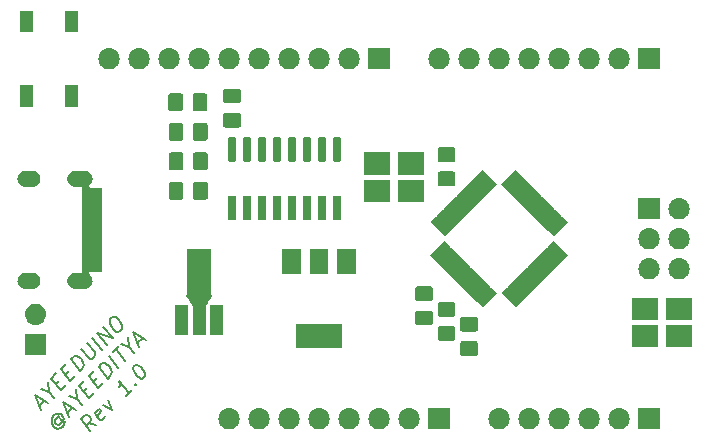
<source format=gbr>
%TF.GenerationSoftware,KiCad,Pcbnew,(5.1.2-1)-1*%
%TF.CreationDate,2019-12-21T14:34:47+05:30*%
%TF.ProjectId,Uno Panel,556e6f20-5061-46e6-956c-2e6b69636164,rev?*%
%TF.SameCoordinates,Original*%
%TF.FileFunction,Soldermask,Top*%
%TF.FilePolarity,Negative*%
%FSLAX46Y46*%
G04 Gerber Fmt 4.6, Leading zero omitted, Abs format (unit mm)*
G04 Created by KiCad (PCBNEW (5.1.2-1)-1) date 2019-12-21 14:34:47*
%MOMM*%
%LPD*%
G04 APERTURE LIST*
%ADD10C,0.203200*%
%ADD11C,0.100000*%
G04 APERTURE END LIST*
D10*
X14419306Y-179240589D02*
X14846938Y-178812957D01*
X14558286Y-179614766D02*
X14071856Y-178305145D01*
X15156970Y-179016082D01*
X15253187Y-178064603D02*
X15627365Y-178545688D01*
X14542250Y-177834751D02*
X15253187Y-178064603D01*
X15140934Y-177236067D01*
X15814453Y-177417810D02*
X16113795Y-177118469D01*
X16653680Y-177519373D02*
X16226048Y-177947004D01*
X15440276Y-176936725D01*
X15867907Y-176509094D01*
X16626953Y-176605311D02*
X16926294Y-176305969D01*
X17466179Y-176706873D02*
X17038548Y-177134505D01*
X16252775Y-176124226D01*
X16680406Y-175696595D01*
X17851047Y-176322005D02*
X17065275Y-175311727D01*
X17279090Y-175097911D01*
X17444797Y-175017730D01*
X17605159Y-175028421D01*
X17722758Y-175081875D01*
X17915192Y-175231546D01*
X18027445Y-175375871D01*
X18134353Y-175611068D01*
X18166425Y-175750049D01*
X18155734Y-175931792D01*
X18064863Y-176108190D01*
X17851047Y-176322005D01*
X17963300Y-174413701D02*
X18599402Y-175231546D01*
X18717000Y-175285000D01*
X18797181Y-175290345D01*
X18920125Y-175252927D01*
X19091178Y-175081875D01*
X19139286Y-174948240D01*
X19144632Y-174857368D01*
X19112559Y-174718388D01*
X18476458Y-173900543D01*
X19689861Y-174483191D02*
X18904089Y-173472912D01*
X20117493Y-174055560D02*
X19331720Y-173045281D01*
X20630650Y-173542402D01*
X19844878Y-172532123D01*
X20443561Y-171933440D02*
X20614614Y-171762387D01*
X20737558Y-171724969D01*
X20897920Y-171735660D01*
X21090354Y-171885331D01*
X21352278Y-172222091D01*
X21459186Y-172457288D01*
X21448495Y-172639031D01*
X21400386Y-172772666D01*
X21229334Y-172943719D01*
X21106390Y-172981136D01*
X20946028Y-172970445D01*
X20753594Y-172820775D01*
X20491670Y-172484015D01*
X20384762Y-172248818D01*
X20395453Y-172067074D01*
X20443561Y-171933440D01*
X16081082Y-180218154D02*
X16000901Y-180212809D01*
X15877957Y-180250226D01*
X15792431Y-180335753D01*
X15744322Y-180469387D01*
X15738977Y-180560259D01*
X15771049Y-180699239D01*
X15845885Y-180795456D01*
X15963483Y-180848910D01*
X16043664Y-180854256D01*
X16166608Y-180816838D01*
X16252134Y-180731312D01*
X16300243Y-180597677D01*
X16305588Y-180506805D01*
X16006246Y-180121937D02*
X16305588Y-180506805D01*
X16385769Y-180512151D01*
X16428532Y-180469387D01*
X16476641Y-180335753D01*
X16444568Y-180196773D01*
X16257480Y-179956230D01*
X16059700Y-179897431D01*
X15856575Y-179929503D01*
X15648105Y-180052447D01*
X15514470Y-180271608D01*
X15461016Y-180496114D01*
X15487743Y-180725966D01*
X15594651Y-180961163D01*
X15787085Y-181110834D01*
X15984865Y-181169634D01*
X16187990Y-181137561D01*
X16396460Y-181014617D01*
X16530095Y-180795456D01*
X16583549Y-180570950D01*
X16786673Y-179854668D02*
X17214305Y-179427036D01*
X16925654Y-180228845D02*
X16439223Y-178919224D01*
X17524337Y-179630161D01*
X17620554Y-178678682D02*
X17994732Y-179159767D01*
X16909617Y-178448830D02*
X17620554Y-178678682D01*
X17508301Y-177850146D01*
X18181820Y-178031889D02*
X18481162Y-177732547D01*
X19021047Y-178133452D02*
X18593415Y-178561083D01*
X17807643Y-177550804D01*
X18235274Y-177123173D01*
X18994320Y-177219390D02*
X19293662Y-176920048D01*
X19833546Y-177320952D02*
X19405915Y-177748584D01*
X18620142Y-176738305D01*
X19047774Y-176310674D01*
X20218414Y-176936084D02*
X19432642Y-175925805D01*
X19646457Y-175711990D01*
X19812164Y-175631809D01*
X19972526Y-175642500D01*
X20090125Y-175695954D01*
X20282559Y-175845625D01*
X20394812Y-175989950D01*
X20501720Y-176225147D01*
X20533792Y-176364127D01*
X20523101Y-176545871D01*
X20432230Y-176722269D01*
X20218414Y-176936084D01*
X21116440Y-176038059D02*
X20330667Y-175027780D01*
X20630009Y-174728438D02*
X21143167Y-174215280D01*
X21672360Y-175482138D02*
X20886588Y-174471859D01*
X22025156Y-174274080D02*
X22399333Y-174755165D01*
X21314219Y-174044228D02*
X22025156Y-174274080D01*
X21912903Y-173445544D01*
X22730748Y-173910593D02*
X23158379Y-173482962D01*
X22869728Y-174284771D02*
X22383297Y-172975150D01*
X23468412Y-173686087D01*
X19250257Y-180885687D02*
X18576738Y-180703944D01*
X18737100Y-181398844D02*
X17951328Y-180388566D01*
X18293433Y-180046461D01*
X18416377Y-180009043D01*
X18496557Y-180014388D01*
X18614156Y-180067842D01*
X18726409Y-180212168D01*
X18758481Y-180351148D01*
X18753136Y-180442020D01*
X18705028Y-180575654D01*
X18362923Y-180917759D01*
X19939813Y-180110605D02*
X19891704Y-180244240D01*
X19720652Y-180415293D01*
X19597708Y-180452710D01*
X19480109Y-180399256D01*
X19180767Y-180014388D01*
X19148695Y-179875408D01*
X19196804Y-179741773D01*
X19367856Y-179570721D01*
X19490800Y-179533303D01*
X19608399Y-179586757D01*
X19683234Y-179682974D01*
X19330438Y-180206822D01*
X19795487Y-179143090D02*
X20533151Y-179602793D01*
X20223119Y-178715458D01*
X22243676Y-177892268D02*
X21730519Y-178405426D01*
X21987097Y-178148847D02*
X21201325Y-177138568D01*
X21228052Y-177368420D01*
X21217361Y-177550163D01*
X21169253Y-177683798D01*
X22553709Y-177411183D02*
X22633890Y-177416528D01*
X22628544Y-177507400D01*
X22548363Y-177502055D01*
X22553709Y-177411183D01*
X22628544Y-177507400D01*
X22441456Y-175898438D02*
X22526982Y-175812911D01*
X22649926Y-175775494D01*
X22730107Y-175780839D01*
X22847705Y-175834293D01*
X23040139Y-175983964D01*
X23227228Y-176224506D01*
X23334136Y-176459704D01*
X23366208Y-176598684D01*
X23360863Y-176689555D01*
X23312754Y-176823190D01*
X23227228Y-176908716D01*
X23104284Y-176946134D01*
X23024103Y-176940789D01*
X22906505Y-176887335D01*
X22714071Y-176737664D01*
X22526982Y-176497121D01*
X22420074Y-176261924D01*
X22388002Y-176122944D01*
X22393347Y-176032072D01*
X22441456Y-175898438D01*
D11*
G36*
X66941000Y-181241000D02*
G01*
X65139000Y-181241000D01*
X65139000Y-179439000D01*
X66941000Y-179439000D01*
X66941000Y-181241000D01*
X66941000Y-181241000D01*
G37*
G36*
X63610443Y-179445519D02*
G01*
X63676627Y-179452037D01*
X63846466Y-179503557D01*
X64002991Y-179587222D01*
X64038729Y-179616552D01*
X64140186Y-179699814D01*
X64223448Y-179801271D01*
X64252778Y-179837009D01*
X64336443Y-179993534D01*
X64387963Y-180163373D01*
X64405359Y-180340000D01*
X64387963Y-180516627D01*
X64336443Y-180686466D01*
X64252778Y-180842991D01*
X64223448Y-180878729D01*
X64140186Y-180980186D01*
X64038729Y-181063448D01*
X64002991Y-181092778D01*
X63846466Y-181176443D01*
X63676627Y-181227963D01*
X63610442Y-181234482D01*
X63544260Y-181241000D01*
X63455740Y-181241000D01*
X63389558Y-181234482D01*
X63323373Y-181227963D01*
X63153534Y-181176443D01*
X62997009Y-181092778D01*
X62961271Y-181063448D01*
X62859814Y-180980186D01*
X62776552Y-180878729D01*
X62747222Y-180842991D01*
X62663557Y-180686466D01*
X62612037Y-180516627D01*
X62594641Y-180340000D01*
X62612037Y-180163373D01*
X62663557Y-179993534D01*
X62747222Y-179837009D01*
X62776552Y-179801271D01*
X62859814Y-179699814D01*
X62961271Y-179616552D01*
X62997009Y-179587222D01*
X63153534Y-179503557D01*
X63323373Y-179452037D01*
X63389557Y-179445519D01*
X63455740Y-179439000D01*
X63544260Y-179439000D01*
X63610443Y-179445519D01*
X63610443Y-179445519D01*
G37*
G36*
X61070443Y-179445519D02*
G01*
X61136627Y-179452037D01*
X61306466Y-179503557D01*
X61462991Y-179587222D01*
X61498729Y-179616552D01*
X61600186Y-179699814D01*
X61683448Y-179801271D01*
X61712778Y-179837009D01*
X61796443Y-179993534D01*
X61847963Y-180163373D01*
X61865359Y-180340000D01*
X61847963Y-180516627D01*
X61796443Y-180686466D01*
X61712778Y-180842991D01*
X61683448Y-180878729D01*
X61600186Y-180980186D01*
X61498729Y-181063448D01*
X61462991Y-181092778D01*
X61306466Y-181176443D01*
X61136627Y-181227963D01*
X61070442Y-181234482D01*
X61004260Y-181241000D01*
X60915740Y-181241000D01*
X60849558Y-181234482D01*
X60783373Y-181227963D01*
X60613534Y-181176443D01*
X60457009Y-181092778D01*
X60421271Y-181063448D01*
X60319814Y-180980186D01*
X60236552Y-180878729D01*
X60207222Y-180842991D01*
X60123557Y-180686466D01*
X60072037Y-180516627D01*
X60054641Y-180340000D01*
X60072037Y-180163373D01*
X60123557Y-179993534D01*
X60207222Y-179837009D01*
X60236552Y-179801271D01*
X60319814Y-179699814D01*
X60421271Y-179616552D01*
X60457009Y-179587222D01*
X60613534Y-179503557D01*
X60783373Y-179452037D01*
X60849557Y-179445519D01*
X60915740Y-179439000D01*
X61004260Y-179439000D01*
X61070443Y-179445519D01*
X61070443Y-179445519D01*
G37*
G36*
X58530443Y-179445519D02*
G01*
X58596627Y-179452037D01*
X58766466Y-179503557D01*
X58922991Y-179587222D01*
X58958729Y-179616552D01*
X59060186Y-179699814D01*
X59143448Y-179801271D01*
X59172778Y-179837009D01*
X59256443Y-179993534D01*
X59307963Y-180163373D01*
X59325359Y-180340000D01*
X59307963Y-180516627D01*
X59256443Y-180686466D01*
X59172778Y-180842991D01*
X59143448Y-180878729D01*
X59060186Y-180980186D01*
X58958729Y-181063448D01*
X58922991Y-181092778D01*
X58766466Y-181176443D01*
X58596627Y-181227963D01*
X58530442Y-181234482D01*
X58464260Y-181241000D01*
X58375740Y-181241000D01*
X58309558Y-181234482D01*
X58243373Y-181227963D01*
X58073534Y-181176443D01*
X57917009Y-181092778D01*
X57881271Y-181063448D01*
X57779814Y-180980186D01*
X57696552Y-180878729D01*
X57667222Y-180842991D01*
X57583557Y-180686466D01*
X57532037Y-180516627D01*
X57514641Y-180340000D01*
X57532037Y-180163373D01*
X57583557Y-179993534D01*
X57667222Y-179837009D01*
X57696552Y-179801271D01*
X57779814Y-179699814D01*
X57881271Y-179616552D01*
X57917009Y-179587222D01*
X58073534Y-179503557D01*
X58243373Y-179452037D01*
X58309557Y-179445519D01*
X58375740Y-179439000D01*
X58464260Y-179439000D01*
X58530443Y-179445519D01*
X58530443Y-179445519D01*
G37*
G36*
X55990443Y-179445519D02*
G01*
X56056627Y-179452037D01*
X56226466Y-179503557D01*
X56382991Y-179587222D01*
X56418729Y-179616552D01*
X56520186Y-179699814D01*
X56603448Y-179801271D01*
X56632778Y-179837009D01*
X56716443Y-179993534D01*
X56767963Y-180163373D01*
X56785359Y-180340000D01*
X56767963Y-180516627D01*
X56716443Y-180686466D01*
X56632778Y-180842991D01*
X56603448Y-180878729D01*
X56520186Y-180980186D01*
X56418729Y-181063448D01*
X56382991Y-181092778D01*
X56226466Y-181176443D01*
X56056627Y-181227963D01*
X55990442Y-181234482D01*
X55924260Y-181241000D01*
X55835740Y-181241000D01*
X55769558Y-181234482D01*
X55703373Y-181227963D01*
X55533534Y-181176443D01*
X55377009Y-181092778D01*
X55341271Y-181063448D01*
X55239814Y-180980186D01*
X55156552Y-180878729D01*
X55127222Y-180842991D01*
X55043557Y-180686466D01*
X54992037Y-180516627D01*
X54974641Y-180340000D01*
X54992037Y-180163373D01*
X55043557Y-179993534D01*
X55127222Y-179837009D01*
X55156552Y-179801271D01*
X55239814Y-179699814D01*
X55341271Y-179616552D01*
X55377009Y-179587222D01*
X55533534Y-179503557D01*
X55703373Y-179452037D01*
X55769557Y-179445519D01*
X55835740Y-179439000D01*
X55924260Y-179439000D01*
X55990443Y-179445519D01*
X55990443Y-179445519D01*
G37*
G36*
X53450443Y-179445519D02*
G01*
X53516627Y-179452037D01*
X53686466Y-179503557D01*
X53842991Y-179587222D01*
X53878729Y-179616552D01*
X53980186Y-179699814D01*
X54063448Y-179801271D01*
X54092778Y-179837009D01*
X54176443Y-179993534D01*
X54227963Y-180163373D01*
X54245359Y-180340000D01*
X54227963Y-180516627D01*
X54176443Y-180686466D01*
X54092778Y-180842991D01*
X54063448Y-180878729D01*
X53980186Y-180980186D01*
X53878729Y-181063448D01*
X53842991Y-181092778D01*
X53686466Y-181176443D01*
X53516627Y-181227963D01*
X53450442Y-181234482D01*
X53384260Y-181241000D01*
X53295740Y-181241000D01*
X53229558Y-181234482D01*
X53163373Y-181227963D01*
X52993534Y-181176443D01*
X52837009Y-181092778D01*
X52801271Y-181063448D01*
X52699814Y-180980186D01*
X52616552Y-180878729D01*
X52587222Y-180842991D01*
X52503557Y-180686466D01*
X52452037Y-180516627D01*
X52434641Y-180340000D01*
X52452037Y-180163373D01*
X52503557Y-179993534D01*
X52587222Y-179837009D01*
X52616552Y-179801271D01*
X52699814Y-179699814D01*
X52801271Y-179616552D01*
X52837009Y-179587222D01*
X52993534Y-179503557D01*
X53163373Y-179452037D01*
X53229557Y-179445519D01*
X53295740Y-179439000D01*
X53384260Y-179439000D01*
X53450443Y-179445519D01*
X53450443Y-179445519D01*
G37*
G36*
X49161000Y-181241000D02*
G01*
X47359000Y-181241000D01*
X47359000Y-179439000D01*
X49161000Y-179439000D01*
X49161000Y-181241000D01*
X49161000Y-181241000D01*
G37*
G36*
X45830443Y-179445519D02*
G01*
X45896627Y-179452037D01*
X46066466Y-179503557D01*
X46222991Y-179587222D01*
X46258729Y-179616552D01*
X46360186Y-179699814D01*
X46443448Y-179801271D01*
X46472778Y-179837009D01*
X46556443Y-179993534D01*
X46607963Y-180163373D01*
X46625359Y-180340000D01*
X46607963Y-180516627D01*
X46556443Y-180686466D01*
X46472778Y-180842991D01*
X46443448Y-180878729D01*
X46360186Y-180980186D01*
X46258729Y-181063448D01*
X46222991Y-181092778D01*
X46066466Y-181176443D01*
X45896627Y-181227963D01*
X45830442Y-181234482D01*
X45764260Y-181241000D01*
X45675740Y-181241000D01*
X45609558Y-181234482D01*
X45543373Y-181227963D01*
X45373534Y-181176443D01*
X45217009Y-181092778D01*
X45181271Y-181063448D01*
X45079814Y-180980186D01*
X44996552Y-180878729D01*
X44967222Y-180842991D01*
X44883557Y-180686466D01*
X44832037Y-180516627D01*
X44814641Y-180340000D01*
X44832037Y-180163373D01*
X44883557Y-179993534D01*
X44967222Y-179837009D01*
X44996552Y-179801271D01*
X45079814Y-179699814D01*
X45181271Y-179616552D01*
X45217009Y-179587222D01*
X45373534Y-179503557D01*
X45543373Y-179452037D01*
X45609557Y-179445519D01*
X45675740Y-179439000D01*
X45764260Y-179439000D01*
X45830443Y-179445519D01*
X45830443Y-179445519D01*
G37*
G36*
X43290443Y-179445519D02*
G01*
X43356627Y-179452037D01*
X43526466Y-179503557D01*
X43682991Y-179587222D01*
X43718729Y-179616552D01*
X43820186Y-179699814D01*
X43903448Y-179801271D01*
X43932778Y-179837009D01*
X44016443Y-179993534D01*
X44067963Y-180163373D01*
X44085359Y-180340000D01*
X44067963Y-180516627D01*
X44016443Y-180686466D01*
X43932778Y-180842991D01*
X43903448Y-180878729D01*
X43820186Y-180980186D01*
X43718729Y-181063448D01*
X43682991Y-181092778D01*
X43526466Y-181176443D01*
X43356627Y-181227963D01*
X43290442Y-181234482D01*
X43224260Y-181241000D01*
X43135740Y-181241000D01*
X43069558Y-181234482D01*
X43003373Y-181227963D01*
X42833534Y-181176443D01*
X42677009Y-181092778D01*
X42641271Y-181063448D01*
X42539814Y-180980186D01*
X42456552Y-180878729D01*
X42427222Y-180842991D01*
X42343557Y-180686466D01*
X42292037Y-180516627D01*
X42274641Y-180340000D01*
X42292037Y-180163373D01*
X42343557Y-179993534D01*
X42427222Y-179837009D01*
X42456552Y-179801271D01*
X42539814Y-179699814D01*
X42641271Y-179616552D01*
X42677009Y-179587222D01*
X42833534Y-179503557D01*
X43003373Y-179452037D01*
X43069557Y-179445519D01*
X43135740Y-179439000D01*
X43224260Y-179439000D01*
X43290443Y-179445519D01*
X43290443Y-179445519D01*
G37*
G36*
X40750443Y-179445519D02*
G01*
X40816627Y-179452037D01*
X40986466Y-179503557D01*
X41142991Y-179587222D01*
X41178729Y-179616552D01*
X41280186Y-179699814D01*
X41363448Y-179801271D01*
X41392778Y-179837009D01*
X41476443Y-179993534D01*
X41527963Y-180163373D01*
X41545359Y-180340000D01*
X41527963Y-180516627D01*
X41476443Y-180686466D01*
X41392778Y-180842991D01*
X41363448Y-180878729D01*
X41280186Y-180980186D01*
X41178729Y-181063448D01*
X41142991Y-181092778D01*
X40986466Y-181176443D01*
X40816627Y-181227963D01*
X40750442Y-181234482D01*
X40684260Y-181241000D01*
X40595740Y-181241000D01*
X40529558Y-181234482D01*
X40463373Y-181227963D01*
X40293534Y-181176443D01*
X40137009Y-181092778D01*
X40101271Y-181063448D01*
X39999814Y-180980186D01*
X39916552Y-180878729D01*
X39887222Y-180842991D01*
X39803557Y-180686466D01*
X39752037Y-180516627D01*
X39734641Y-180340000D01*
X39752037Y-180163373D01*
X39803557Y-179993534D01*
X39887222Y-179837009D01*
X39916552Y-179801271D01*
X39999814Y-179699814D01*
X40101271Y-179616552D01*
X40137009Y-179587222D01*
X40293534Y-179503557D01*
X40463373Y-179452037D01*
X40529557Y-179445519D01*
X40595740Y-179439000D01*
X40684260Y-179439000D01*
X40750443Y-179445519D01*
X40750443Y-179445519D01*
G37*
G36*
X38210443Y-179445519D02*
G01*
X38276627Y-179452037D01*
X38446466Y-179503557D01*
X38602991Y-179587222D01*
X38638729Y-179616552D01*
X38740186Y-179699814D01*
X38823448Y-179801271D01*
X38852778Y-179837009D01*
X38936443Y-179993534D01*
X38987963Y-180163373D01*
X39005359Y-180340000D01*
X38987963Y-180516627D01*
X38936443Y-180686466D01*
X38852778Y-180842991D01*
X38823448Y-180878729D01*
X38740186Y-180980186D01*
X38638729Y-181063448D01*
X38602991Y-181092778D01*
X38446466Y-181176443D01*
X38276627Y-181227963D01*
X38210442Y-181234482D01*
X38144260Y-181241000D01*
X38055740Y-181241000D01*
X37989558Y-181234482D01*
X37923373Y-181227963D01*
X37753534Y-181176443D01*
X37597009Y-181092778D01*
X37561271Y-181063448D01*
X37459814Y-180980186D01*
X37376552Y-180878729D01*
X37347222Y-180842991D01*
X37263557Y-180686466D01*
X37212037Y-180516627D01*
X37194641Y-180340000D01*
X37212037Y-180163373D01*
X37263557Y-179993534D01*
X37347222Y-179837009D01*
X37376552Y-179801271D01*
X37459814Y-179699814D01*
X37561271Y-179616552D01*
X37597009Y-179587222D01*
X37753534Y-179503557D01*
X37923373Y-179452037D01*
X37989557Y-179445519D01*
X38055740Y-179439000D01*
X38144260Y-179439000D01*
X38210443Y-179445519D01*
X38210443Y-179445519D01*
G37*
G36*
X35670443Y-179445519D02*
G01*
X35736627Y-179452037D01*
X35906466Y-179503557D01*
X36062991Y-179587222D01*
X36098729Y-179616552D01*
X36200186Y-179699814D01*
X36283448Y-179801271D01*
X36312778Y-179837009D01*
X36396443Y-179993534D01*
X36447963Y-180163373D01*
X36465359Y-180340000D01*
X36447963Y-180516627D01*
X36396443Y-180686466D01*
X36312778Y-180842991D01*
X36283448Y-180878729D01*
X36200186Y-180980186D01*
X36098729Y-181063448D01*
X36062991Y-181092778D01*
X35906466Y-181176443D01*
X35736627Y-181227963D01*
X35670442Y-181234482D01*
X35604260Y-181241000D01*
X35515740Y-181241000D01*
X35449558Y-181234482D01*
X35383373Y-181227963D01*
X35213534Y-181176443D01*
X35057009Y-181092778D01*
X35021271Y-181063448D01*
X34919814Y-180980186D01*
X34836552Y-180878729D01*
X34807222Y-180842991D01*
X34723557Y-180686466D01*
X34672037Y-180516627D01*
X34654641Y-180340000D01*
X34672037Y-180163373D01*
X34723557Y-179993534D01*
X34807222Y-179837009D01*
X34836552Y-179801271D01*
X34919814Y-179699814D01*
X35021271Y-179616552D01*
X35057009Y-179587222D01*
X35213534Y-179503557D01*
X35383373Y-179452037D01*
X35449557Y-179445519D01*
X35515740Y-179439000D01*
X35604260Y-179439000D01*
X35670443Y-179445519D01*
X35670443Y-179445519D01*
G37*
G36*
X33130443Y-179445519D02*
G01*
X33196627Y-179452037D01*
X33366466Y-179503557D01*
X33522991Y-179587222D01*
X33558729Y-179616552D01*
X33660186Y-179699814D01*
X33743448Y-179801271D01*
X33772778Y-179837009D01*
X33856443Y-179993534D01*
X33907963Y-180163373D01*
X33925359Y-180340000D01*
X33907963Y-180516627D01*
X33856443Y-180686466D01*
X33772778Y-180842991D01*
X33743448Y-180878729D01*
X33660186Y-180980186D01*
X33558729Y-181063448D01*
X33522991Y-181092778D01*
X33366466Y-181176443D01*
X33196627Y-181227963D01*
X33130442Y-181234482D01*
X33064260Y-181241000D01*
X32975740Y-181241000D01*
X32909558Y-181234482D01*
X32843373Y-181227963D01*
X32673534Y-181176443D01*
X32517009Y-181092778D01*
X32481271Y-181063448D01*
X32379814Y-180980186D01*
X32296552Y-180878729D01*
X32267222Y-180842991D01*
X32183557Y-180686466D01*
X32132037Y-180516627D01*
X32114641Y-180340000D01*
X32132037Y-180163373D01*
X32183557Y-179993534D01*
X32267222Y-179837009D01*
X32296552Y-179801271D01*
X32379814Y-179699814D01*
X32481271Y-179616552D01*
X32517009Y-179587222D01*
X32673534Y-179503557D01*
X32843373Y-179452037D01*
X32909557Y-179445519D01*
X32975740Y-179439000D01*
X33064260Y-179439000D01*
X33130443Y-179445519D01*
X33130443Y-179445519D01*
G37*
G36*
X30590443Y-179445519D02*
G01*
X30656627Y-179452037D01*
X30826466Y-179503557D01*
X30982991Y-179587222D01*
X31018729Y-179616552D01*
X31120186Y-179699814D01*
X31203448Y-179801271D01*
X31232778Y-179837009D01*
X31316443Y-179993534D01*
X31367963Y-180163373D01*
X31385359Y-180340000D01*
X31367963Y-180516627D01*
X31316443Y-180686466D01*
X31232778Y-180842991D01*
X31203448Y-180878729D01*
X31120186Y-180980186D01*
X31018729Y-181063448D01*
X30982991Y-181092778D01*
X30826466Y-181176443D01*
X30656627Y-181227963D01*
X30590442Y-181234482D01*
X30524260Y-181241000D01*
X30435740Y-181241000D01*
X30369558Y-181234482D01*
X30303373Y-181227963D01*
X30133534Y-181176443D01*
X29977009Y-181092778D01*
X29941271Y-181063448D01*
X29839814Y-180980186D01*
X29756552Y-180878729D01*
X29727222Y-180842991D01*
X29643557Y-180686466D01*
X29592037Y-180516627D01*
X29574641Y-180340000D01*
X29592037Y-180163373D01*
X29643557Y-179993534D01*
X29727222Y-179837009D01*
X29756552Y-179801271D01*
X29839814Y-179699814D01*
X29941271Y-179616552D01*
X29977009Y-179587222D01*
X30133534Y-179503557D01*
X30303373Y-179452037D01*
X30369557Y-179445519D01*
X30435740Y-179439000D01*
X30524260Y-179439000D01*
X30590443Y-179445519D01*
X30590443Y-179445519D01*
G37*
G36*
X51388674Y-173767465D02*
G01*
X51426367Y-173778899D01*
X51461103Y-173797466D01*
X51491548Y-173822452D01*
X51516534Y-173852897D01*
X51535101Y-173887633D01*
X51546535Y-173925326D01*
X51551000Y-173970661D01*
X51551000Y-174807339D01*
X51546535Y-174852674D01*
X51535101Y-174890367D01*
X51516534Y-174925103D01*
X51491548Y-174955548D01*
X51461103Y-174980534D01*
X51426367Y-174999101D01*
X51388674Y-175010535D01*
X51343339Y-175015000D01*
X50256661Y-175015000D01*
X50211326Y-175010535D01*
X50173633Y-174999101D01*
X50138897Y-174980534D01*
X50108452Y-174955548D01*
X50083466Y-174925103D01*
X50064899Y-174890367D01*
X50053465Y-174852674D01*
X50049000Y-174807339D01*
X50049000Y-173970661D01*
X50053465Y-173925326D01*
X50064899Y-173887633D01*
X50083466Y-173852897D01*
X50108452Y-173822452D01*
X50138897Y-173797466D01*
X50173633Y-173778899D01*
X50211326Y-173767465D01*
X50256661Y-173763000D01*
X51343339Y-173763000D01*
X51388674Y-173767465D01*
X51388674Y-173767465D01*
G37*
G36*
X15001000Y-174941000D02*
G01*
X13199000Y-174941000D01*
X13199000Y-173139000D01*
X15001000Y-173139000D01*
X15001000Y-174941000D01*
X15001000Y-174941000D01*
G37*
G36*
X40051000Y-174381000D02*
G01*
X36149000Y-174381000D01*
X36149000Y-172279000D01*
X40051000Y-172279000D01*
X40051000Y-174381000D01*
X40051000Y-174381000D01*
G37*
G36*
X66781000Y-174291000D02*
G01*
X64579000Y-174291000D01*
X64579000Y-172389000D01*
X66781000Y-172389000D01*
X66781000Y-174291000D01*
X66781000Y-174291000D01*
G37*
G36*
X69681000Y-174291000D02*
G01*
X67479000Y-174291000D01*
X67479000Y-172389000D01*
X69681000Y-172389000D01*
X69681000Y-174291000D01*
X69681000Y-174291000D01*
G37*
G36*
X49483674Y-172497465D02*
G01*
X49521367Y-172508899D01*
X49556103Y-172527466D01*
X49586548Y-172552452D01*
X49611534Y-172582897D01*
X49630101Y-172617633D01*
X49641535Y-172655326D01*
X49646000Y-172700661D01*
X49646000Y-173537339D01*
X49641535Y-173582674D01*
X49630101Y-173620367D01*
X49611534Y-173655103D01*
X49586548Y-173685548D01*
X49556103Y-173710534D01*
X49521367Y-173729101D01*
X49483674Y-173740535D01*
X49438339Y-173745000D01*
X48351661Y-173745000D01*
X48306326Y-173740535D01*
X48268633Y-173729101D01*
X48233897Y-173710534D01*
X48203452Y-173685548D01*
X48178466Y-173655103D01*
X48159899Y-173620367D01*
X48148465Y-173582674D01*
X48144000Y-173537339D01*
X48144000Y-172700661D01*
X48148465Y-172655326D01*
X48159899Y-172617633D01*
X48178466Y-172582897D01*
X48203452Y-172552452D01*
X48233897Y-172527466D01*
X48268633Y-172508899D01*
X48306326Y-172497465D01*
X48351661Y-172493000D01*
X49438339Y-172493000D01*
X49483674Y-172497465D01*
X49483674Y-172497465D01*
G37*
G36*
X26991000Y-173282000D02*
G01*
X25889000Y-173282000D01*
X25889000Y-170680000D01*
X26991000Y-170680000D01*
X26991000Y-173282000D01*
X26991000Y-173282000D01*
G37*
G36*
X28991000Y-169820001D02*
G01*
X28993402Y-169844387D01*
X29000515Y-169867836D01*
X29012066Y-169889447D01*
X29027611Y-169908389D01*
X29046553Y-169923934D01*
X29048607Y-169925032D01*
X29011994Y-169979951D01*
X29000465Y-170001574D01*
X28993376Y-170025030D01*
X28991000Y-170049288D01*
X28991000Y-170075051D01*
X28969690Y-170081515D01*
X28948079Y-170093066D01*
X28929137Y-170108611D01*
X28913520Y-170127662D01*
X28674852Y-170485664D01*
X28668507Y-170497565D01*
X28659996Y-170507947D01*
X28511994Y-170729950D01*
X28500465Y-170751573D01*
X28493376Y-170775029D01*
X28491000Y-170799287D01*
X28491000Y-173282000D01*
X27389000Y-173282000D01*
X27389000Y-170799287D01*
X27386598Y-170774901D01*
X27379485Y-170751452D01*
X27368006Y-170729950D01*
X27220004Y-170507947D01*
X27211500Y-170497563D01*
X27205148Y-170485664D01*
X26966480Y-170127662D01*
X26950955Y-170108704D01*
X26932029Y-170093139D01*
X26910431Y-170081565D01*
X26889000Y-170075039D01*
X26889000Y-170049288D01*
X26886598Y-170024902D01*
X26879485Y-170001453D01*
X26868006Y-169979951D01*
X26831393Y-169925032D01*
X26833447Y-169923934D01*
X26852389Y-169908389D01*
X26867934Y-169889447D01*
X26879485Y-169867836D01*
X26886598Y-169844387D01*
X26889000Y-169820001D01*
X26889000Y-165970000D01*
X28991000Y-165970000D01*
X28991000Y-169820001D01*
X28991000Y-169820001D01*
G37*
G36*
X29991000Y-173282000D02*
G01*
X28889000Y-173282000D01*
X28889000Y-170680000D01*
X29991000Y-170680000D01*
X29991000Y-173282000D01*
X29991000Y-173282000D01*
G37*
G36*
X51388674Y-171717465D02*
G01*
X51426367Y-171728899D01*
X51461103Y-171747466D01*
X51491548Y-171772452D01*
X51516534Y-171802897D01*
X51535101Y-171837633D01*
X51546535Y-171875326D01*
X51551000Y-171920661D01*
X51551000Y-172757339D01*
X51546535Y-172802674D01*
X51535101Y-172840367D01*
X51516534Y-172875103D01*
X51491548Y-172905548D01*
X51461103Y-172930534D01*
X51426367Y-172949101D01*
X51388674Y-172960535D01*
X51343339Y-172965000D01*
X50256661Y-172965000D01*
X50211326Y-172960535D01*
X50173633Y-172949101D01*
X50138897Y-172930534D01*
X50108452Y-172905548D01*
X50083466Y-172875103D01*
X50064899Y-172840367D01*
X50053465Y-172802674D01*
X50049000Y-172757339D01*
X50049000Y-171920661D01*
X50053465Y-171875326D01*
X50064899Y-171837633D01*
X50083466Y-171802897D01*
X50108452Y-171772452D01*
X50138897Y-171747466D01*
X50173633Y-171728899D01*
X50211326Y-171717465D01*
X50256661Y-171713000D01*
X51343339Y-171713000D01*
X51388674Y-171717465D01*
X51388674Y-171717465D01*
G37*
G36*
X47578674Y-171181465D02*
G01*
X47616367Y-171192899D01*
X47651103Y-171211466D01*
X47681548Y-171236452D01*
X47706534Y-171266897D01*
X47725101Y-171301633D01*
X47736535Y-171339326D01*
X47741000Y-171384661D01*
X47741000Y-172221339D01*
X47736535Y-172266674D01*
X47725101Y-172304367D01*
X47706534Y-172339103D01*
X47681548Y-172369548D01*
X47651103Y-172394534D01*
X47616367Y-172413101D01*
X47578674Y-172424535D01*
X47533339Y-172429000D01*
X46446661Y-172429000D01*
X46401326Y-172424535D01*
X46363633Y-172413101D01*
X46328897Y-172394534D01*
X46298452Y-172369548D01*
X46273466Y-172339103D01*
X46254899Y-172304367D01*
X46243465Y-172266674D01*
X46239000Y-172221339D01*
X46239000Y-171384661D01*
X46243465Y-171339326D01*
X46254899Y-171301633D01*
X46273466Y-171266897D01*
X46298452Y-171236452D01*
X46328897Y-171211466D01*
X46363633Y-171192899D01*
X46401326Y-171181465D01*
X46446661Y-171177000D01*
X47533339Y-171177000D01*
X47578674Y-171181465D01*
X47578674Y-171181465D01*
G37*
G36*
X14208488Y-170605326D02*
G01*
X14276627Y-170612037D01*
X14446466Y-170663557D01*
X14446468Y-170663558D01*
X14524728Y-170705389D01*
X14602991Y-170747222D01*
X14636718Y-170774901D01*
X14740186Y-170859814D01*
X14823448Y-170961271D01*
X14852778Y-170997009D01*
X14936443Y-171153534D01*
X14987963Y-171323373D01*
X15005359Y-171500000D01*
X14987963Y-171676627D01*
X14936443Y-171846466D01*
X14852778Y-172002991D01*
X14823448Y-172038729D01*
X14740186Y-172140186D01*
X14641299Y-172221339D01*
X14602991Y-172252778D01*
X14446466Y-172336443D01*
X14276627Y-172387963D01*
X14210442Y-172394482D01*
X14144260Y-172401000D01*
X14055740Y-172401000D01*
X13989558Y-172394482D01*
X13923373Y-172387963D01*
X13753534Y-172336443D01*
X13597009Y-172252778D01*
X13558701Y-172221339D01*
X13459814Y-172140186D01*
X13376552Y-172038729D01*
X13347222Y-172002991D01*
X13263557Y-171846466D01*
X13212037Y-171676627D01*
X13194641Y-171500000D01*
X13212037Y-171323373D01*
X13263557Y-171153534D01*
X13347222Y-170997009D01*
X13376552Y-170961271D01*
X13459814Y-170859814D01*
X13563282Y-170774901D01*
X13597009Y-170747222D01*
X13675272Y-170705389D01*
X13753532Y-170663558D01*
X13753534Y-170663557D01*
X13923373Y-170612037D01*
X13991512Y-170605326D01*
X14055740Y-170599000D01*
X14144260Y-170599000D01*
X14208488Y-170605326D01*
X14208488Y-170605326D01*
G37*
G36*
X69681000Y-171991000D02*
G01*
X67479000Y-171991000D01*
X67479000Y-170089000D01*
X69681000Y-170089000D01*
X69681000Y-171991000D01*
X69681000Y-171991000D01*
G37*
G36*
X66781000Y-171991000D02*
G01*
X64579000Y-171991000D01*
X64579000Y-170089000D01*
X66781000Y-170089000D01*
X66781000Y-171991000D01*
X66781000Y-171991000D01*
G37*
G36*
X49483674Y-170447465D02*
G01*
X49521367Y-170458899D01*
X49556103Y-170477466D01*
X49586548Y-170502452D01*
X49611534Y-170532897D01*
X49630101Y-170567633D01*
X49641535Y-170605326D01*
X49646000Y-170650661D01*
X49646000Y-171487339D01*
X49641535Y-171532674D01*
X49630101Y-171570367D01*
X49611534Y-171605103D01*
X49586548Y-171635548D01*
X49556103Y-171660534D01*
X49521367Y-171679101D01*
X49483674Y-171690535D01*
X49438339Y-171695000D01*
X48351661Y-171695000D01*
X48306326Y-171690535D01*
X48268633Y-171679101D01*
X48233897Y-171660534D01*
X48203452Y-171635548D01*
X48178466Y-171605103D01*
X48159899Y-171570367D01*
X48148465Y-171532674D01*
X48144000Y-171487339D01*
X48144000Y-170650661D01*
X48148465Y-170605326D01*
X48159899Y-170567633D01*
X48178466Y-170532897D01*
X48203452Y-170502452D01*
X48233897Y-170477466D01*
X48268633Y-170458899D01*
X48306326Y-170447465D01*
X48351661Y-170443000D01*
X49438339Y-170443000D01*
X49483674Y-170447465D01*
X49483674Y-170447465D01*
G37*
G36*
X59157368Y-166496536D02*
G01*
X58696334Y-166957570D01*
X58591682Y-167062221D01*
X58130648Y-167523255D01*
X58025997Y-167627907D01*
X55867907Y-169785997D01*
X55763255Y-169890648D01*
X55302221Y-170351682D01*
X55197570Y-170456334D01*
X54736536Y-170917368D01*
X53533040Y-169713872D01*
X53994074Y-169252838D01*
X53994075Y-169252839D01*
X54010339Y-169236575D01*
X54010348Y-169236564D01*
X54098726Y-169148187D01*
X54098725Y-169148186D01*
X54559759Y-168687152D01*
X54559760Y-168687153D01*
X54648137Y-168598775D01*
X54648148Y-168598766D01*
X54664412Y-168582502D01*
X54664411Y-168582501D01*
X55125445Y-168121467D01*
X55125446Y-168121468D01*
X55213833Y-168033080D01*
X55230097Y-168016817D01*
X55230096Y-168016816D01*
X55691130Y-167555782D01*
X55691131Y-167555783D01*
X55795783Y-167451131D01*
X55795782Y-167451130D01*
X56256816Y-166990096D01*
X56256817Y-166990097D01*
X56345204Y-166901709D01*
X56361468Y-166885446D01*
X56361467Y-166885445D01*
X56822501Y-166424411D01*
X56822502Y-166424412D01*
X56838766Y-166408148D01*
X56838775Y-166408137D01*
X56927153Y-166319760D01*
X56927152Y-166319759D01*
X57388186Y-165858725D01*
X57388187Y-165858726D01*
X57476564Y-165770348D01*
X57476575Y-165770339D01*
X57492839Y-165754075D01*
X57492838Y-165754074D01*
X57953872Y-165293040D01*
X59157368Y-166496536D01*
X59157368Y-166496536D01*
G37*
G36*
X49187162Y-165754074D02*
G01*
X49187162Y-165754075D01*
X49203426Y-165770339D01*
X49203432Y-165770344D01*
X49291814Y-165858726D01*
X49291814Y-165858725D01*
X49752848Y-166319759D01*
X49752848Y-166319760D01*
X49841230Y-166408142D01*
X49841235Y-166408148D01*
X49857499Y-166424412D01*
X49857499Y-166424411D01*
X50318533Y-166885445D01*
X50318533Y-166885446D01*
X50423184Y-166990097D01*
X50423184Y-166990096D01*
X50884218Y-167451130D01*
X50884218Y-167451131D01*
X50988870Y-167555783D01*
X50988870Y-167555782D01*
X51449904Y-168016816D01*
X51449904Y-168016817D01*
X51554555Y-168121468D01*
X51554555Y-168121467D01*
X52015589Y-168582501D01*
X52015589Y-168582502D01*
X52031853Y-168598766D01*
X52031859Y-168598771D01*
X52120241Y-168687153D01*
X52120241Y-168687152D01*
X52581275Y-169148186D01*
X52581275Y-169148187D01*
X52669657Y-169236569D01*
X52669662Y-169236575D01*
X52685926Y-169252839D01*
X52685926Y-169252838D01*
X53146960Y-169713872D01*
X51943464Y-170917368D01*
X51482430Y-170456334D01*
X51482431Y-170456334D01*
X51394049Y-170367952D01*
X51394044Y-170367946D01*
X51377780Y-170351682D01*
X51377779Y-170351682D01*
X50916745Y-169890648D01*
X50916746Y-169890648D01*
X50900482Y-169874384D01*
X50900476Y-169874379D01*
X50812094Y-169785997D01*
X50812093Y-169785997D01*
X50351059Y-169324963D01*
X50351060Y-169324963D01*
X50246409Y-169220312D01*
X50246408Y-169220312D01*
X49785374Y-168759278D01*
X49785375Y-168759278D01*
X49680723Y-168654626D01*
X49680722Y-168654626D01*
X49219688Y-168193592D01*
X49219689Y-168193592D01*
X49115038Y-168088941D01*
X49115037Y-168088941D01*
X48654003Y-167627907D01*
X48654004Y-167627907D01*
X48565622Y-167539525D01*
X48565617Y-167539519D01*
X48549353Y-167523255D01*
X48549352Y-167523255D01*
X48088318Y-167062221D01*
X48088319Y-167062221D01*
X48072055Y-167045957D01*
X48072049Y-167045952D01*
X47983667Y-166957570D01*
X47983666Y-166957570D01*
X47522632Y-166496536D01*
X48726128Y-165293040D01*
X49187162Y-165754074D01*
X49187162Y-165754074D01*
G37*
G36*
X47578674Y-169131465D02*
G01*
X47616367Y-169142899D01*
X47651103Y-169161466D01*
X47681548Y-169186452D01*
X47706534Y-169216897D01*
X47725101Y-169251633D01*
X47736535Y-169289326D01*
X47741000Y-169334661D01*
X47741000Y-170171339D01*
X47736535Y-170216674D01*
X47725101Y-170254367D01*
X47706534Y-170289103D01*
X47681548Y-170319548D01*
X47651103Y-170344534D01*
X47616367Y-170363101D01*
X47578674Y-170374535D01*
X47533339Y-170379000D01*
X46446661Y-170379000D01*
X46401326Y-170374535D01*
X46363633Y-170363101D01*
X46328897Y-170344534D01*
X46298452Y-170319548D01*
X46273466Y-170289103D01*
X46254899Y-170254367D01*
X46243465Y-170216674D01*
X46239000Y-170171339D01*
X46239000Y-169334661D01*
X46243465Y-169289326D01*
X46254899Y-169251633D01*
X46273466Y-169216897D01*
X46298452Y-169186452D01*
X46328897Y-169161466D01*
X46363633Y-169142899D01*
X46401326Y-169131465D01*
X46446661Y-169127000D01*
X47533339Y-169127000D01*
X47578674Y-169131465D01*
X47578674Y-169131465D01*
G37*
G36*
X18339885Y-159340617D02*
G01*
X18373479Y-159343926D01*
X18449394Y-159366954D01*
X18502795Y-159383153D01*
X18621964Y-159446851D01*
X18726423Y-159532577D01*
X18812149Y-159637036D01*
X18875847Y-159756205D01*
X18915074Y-159885522D01*
X18928319Y-160020000D01*
X18915074Y-160154478D01*
X18875847Y-160283795D01*
X18812149Y-160402964D01*
X18726423Y-160507423D01*
X18674678Y-160549888D01*
X18657351Y-160567215D01*
X18643737Y-160587589D01*
X18634360Y-160610228D01*
X18629579Y-160634261D01*
X18629579Y-160658766D01*
X18634359Y-160682799D01*
X18643736Y-160705438D01*
X18657350Y-160725812D01*
X18674677Y-160743139D01*
X18695051Y-160756753D01*
X18717690Y-160766130D01*
X18741723Y-160770911D01*
X18753976Y-160771513D01*
X19687000Y-160771513D01*
X19687000Y-167904487D01*
X18753976Y-167904487D01*
X18729590Y-167906889D01*
X18706141Y-167914002D01*
X18684530Y-167925553D01*
X18665588Y-167941098D01*
X18650043Y-167960040D01*
X18638492Y-167981651D01*
X18631379Y-168005100D01*
X18628977Y-168029486D01*
X18631379Y-168053872D01*
X18638492Y-168077321D01*
X18650043Y-168098932D01*
X18665588Y-168117874D01*
X18674678Y-168126112D01*
X18726423Y-168168577D01*
X18812149Y-168273036D01*
X18875847Y-168392205D01*
X18875848Y-168392209D01*
X18915074Y-168521521D01*
X18921080Y-168582501D01*
X18928319Y-168656000D01*
X18915074Y-168790478D01*
X18875847Y-168919795D01*
X18812149Y-169038964D01*
X18726423Y-169143423D01*
X18621964Y-169229149D01*
X18502795Y-169292847D01*
X18495641Y-169295017D01*
X18373479Y-169332074D01*
X18339885Y-169335383D01*
X18272700Y-169342000D01*
X17443300Y-169342000D01*
X17376115Y-169335383D01*
X17342521Y-169332074D01*
X17220359Y-169295017D01*
X17213205Y-169292847D01*
X17094036Y-169229149D01*
X16989577Y-169143423D01*
X16903851Y-169038964D01*
X16840153Y-168919795D01*
X16800926Y-168790478D01*
X16787681Y-168656000D01*
X16794920Y-168582501D01*
X16800926Y-168521521D01*
X16840152Y-168392209D01*
X16840153Y-168392205D01*
X16903851Y-168273036D01*
X16989577Y-168168577D01*
X17094036Y-168082851D01*
X17213205Y-168019153D01*
X17320955Y-167986468D01*
X17342521Y-167979926D01*
X17376115Y-167976617D01*
X17443300Y-167970000D01*
X17936001Y-167970000D01*
X17960387Y-167967598D01*
X17983836Y-167960485D01*
X18005447Y-167948934D01*
X18024389Y-167933389D01*
X18039934Y-167914447D01*
X18051485Y-167892836D01*
X18058598Y-167869387D01*
X18061000Y-167845001D01*
X18061000Y-160830999D01*
X18058598Y-160806613D01*
X18051485Y-160783164D01*
X18039934Y-160761553D01*
X18024389Y-160742611D01*
X18005447Y-160727066D01*
X17983836Y-160715515D01*
X17960387Y-160708402D01*
X17936001Y-160706000D01*
X17443300Y-160706000D01*
X17376115Y-160699383D01*
X17342521Y-160696074D01*
X17266606Y-160673046D01*
X17213205Y-160656847D01*
X17094036Y-160593149D01*
X16989577Y-160507423D01*
X16903851Y-160402964D01*
X16840153Y-160283795D01*
X16800926Y-160154478D01*
X16787681Y-160020000D01*
X16800926Y-159885522D01*
X16840153Y-159756205D01*
X16903851Y-159637036D01*
X16989577Y-159532577D01*
X17094036Y-159446851D01*
X17213205Y-159383153D01*
X17266606Y-159366954D01*
X17342521Y-159343926D01*
X17376115Y-159340617D01*
X17443300Y-159334000D01*
X18272700Y-159334000D01*
X18339885Y-159340617D01*
X18339885Y-159340617D01*
G37*
G36*
X13920285Y-167976617D02*
G01*
X13953879Y-167979926D01*
X13975445Y-167986468D01*
X14083195Y-168019153D01*
X14202364Y-168082851D01*
X14306823Y-168168577D01*
X14392549Y-168273036D01*
X14456247Y-168392205D01*
X14456248Y-168392209D01*
X14495474Y-168521521D01*
X14501480Y-168582501D01*
X14508719Y-168656000D01*
X14495474Y-168790478D01*
X14456247Y-168919795D01*
X14392549Y-169038964D01*
X14306823Y-169143423D01*
X14202364Y-169229149D01*
X14083195Y-169292847D01*
X14076041Y-169295017D01*
X13953879Y-169332074D01*
X13920285Y-169335383D01*
X13853100Y-169342000D01*
X13226900Y-169342000D01*
X13159715Y-169335383D01*
X13126121Y-169332074D01*
X13003959Y-169295017D01*
X12996805Y-169292847D01*
X12877636Y-169229149D01*
X12773177Y-169143423D01*
X12687451Y-169038964D01*
X12623753Y-168919795D01*
X12584526Y-168790478D01*
X12571281Y-168656000D01*
X12578520Y-168582501D01*
X12584526Y-168521521D01*
X12623752Y-168392209D01*
X12623753Y-168392205D01*
X12687451Y-168273036D01*
X12773177Y-168168577D01*
X12877636Y-168082851D01*
X12996805Y-168019153D01*
X13104555Y-167986468D01*
X13126121Y-167979926D01*
X13159715Y-167976617D01*
X13226900Y-167970000D01*
X13853100Y-167970000D01*
X13920285Y-167976617D01*
X13920285Y-167976617D01*
G37*
G36*
X66150442Y-166745518D02*
G01*
X66216627Y-166752037D01*
X66386466Y-166803557D01*
X66542991Y-166887222D01*
X66544532Y-166888487D01*
X66680186Y-166999814D01*
X66731401Y-167062221D01*
X66792778Y-167137009D01*
X66876443Y-167293534D01*
X66927963Y-167463373D01*
X66945359Y-167640000D01*
X66927963Y-167816627D01*
X66876443Y-167986466D01*
X66876442Y-167986468D01*
X66858972Y-168019152D01*
X66792778Y-168142991D01*
X66771780Y-168168577D01*
X66680186Y-168280186D01*
X66578729Y-168363448D01*
X66542991Y-168392778D01*
X66386466Y-168476443D01*
X66216627Y-168527963D01*
X66150442Y-168534482D01*
X66084260Y-168541000D01*
X65995740Y-168541000D01*
X65929558Y-168534482D01*
X65863373Y-168527963D01*
X65693534Y-168476443D01*
X65537009Y-168392778D01*
X65501271Y-168363448D01*
X65399814Y-168280186D01*
X65308220Y-168168577D01*
X65287222Y-168142991D01*
X65221028Y-168019152D01*
X65203558Y-167986468D01*
X65203557Y-167986466D01*
X65152037Y-167816627D01*
X65134641Y-167640000D01*
X65152037Y-167463373D01*
X65203557Y-167293534D01*
X65287222Y-167137009D01*
X65348599Y-167062221D01*
X65399814Y-166999814D01*
X65535468Y-166888487D01*
X65537009Y-166887222D01*
X65693534Y-166803557D01*
X65863373Y-166752037D01*
X65929558Y-166745518D01*
X65995740Y-166739000D01*
X66084260Y-166739000D01*
X66150442Y-166745518D01*
X66150442Y-166745518D01*
G37*
G36*
X68690442Y-166745518D02*
G01*
X68756627Y-166752037D01*
X68926466Y-166803557D01*
X69082991Y-166887222D01*
X69084532Y-166888487D01*
X69220186Y-166999814D01*
X69271401Y-167062221D01*
X69332778Y-167137009D01*
X69416443Y-167293534D01*
X69467963Y-167463373D01*
X69485359Y-167640000D01*
X69467963Y-167816627D01*
X69416443Y-167986466D01*
X69416442Y-167986468D01*
X69398972Y-168019152D01*
X69332778Y-168142991D01*
X69311780Y-168168577D01*
X69220186Y-168280186D01*
X69118729Y-168363448D01*
X69082991Y-168392778D01*
X68926466Y-168476443D01*
X68756627Y-168527963D01*
X68690442Y-168534482D01*
X68624260Y-168541000D01*
X68535740Y-168541000D01*
X68469558Y-168534482D01*
X68403373Y-168527963D01*
X68233534Y-168476443D01*
X68077009Y-168392778D01*
X68041271Y-168363448D01*
X67939814Y-168280186D01*
X67848220Y-168168577D01*
X67827222Y-168142991D01*
X67761028Y-168019152D01*
X67743558Y-167986468D01*
X67743557Y-167986466D01*
X67692037Y-167816627D01*
X67674641Y-167640000D01*
X67692037Y-167463373D01*
X67743557Y-167293534D01*
X67827222Y-167137009D01*
X67888599Y-167062221D01*
X67939814Y-166999814D01*
X68075468Y-166888487D01*
X68077009Y-166887222D01*
X68233534Y-166803557D01*
X68403373Y-166752037D01*
X68469558Y-166745518D01*
X68535740Y-166739000D01*
X68624260Y-166739000D01*
X68690442Y-166745518D01*
X68690442Y-166745518D01*
G37*
G36*
X38901000Y-168081000D02*
G01*
X37299000Y-168081000D01*
X37299000Y-165979000D01*
X38901000Y-165979000D01*
X38901000Y-168081000D01*
X38901000Y-168081000D01*
G37*
G36*
X36601000Y-168081000D02*
G01*
X34999000Y-168081000D01*
X34999000Y-165979000D01*
X36601000Y-165979000D01*
X36601000Y-168081000D01*
X36601000Y-168081000D01*
G37*
G36*
X41201000Y-168081000D02*
G01*
X39599000Y-168081000D01*
X39599000Y-165979000D01*
X41201000Y-165979000D01*
X41201000Y-168081000D01*
X41201000Y-168081000D01*
G37*
G36*
X68690442Y-164205518D02*
G01*
X68756627Y-164212037D01*
X68926466Y-164263557D01*
X69082991Y-164347222D01*
X69084532Y-164348487D01*
X69220186Y-164459814D01*
X69303448Y-164561271D01*
X69332778Y-164597009D01*
X69416443Y-164753534D01*
X69467963Y-164923373D01*
X69485359Y-165100000D01*
X69467963Y-165276627D01*
X69416443Y-165446466D01*
X69332778Y-165602991D01*
X69303448Y-165638729D01*
X69220186Y-165740186D01*
X69118729Y-165823448D01*
X69082991Y-165852778D01*
X68926466Y-165936443D01*
X68756627Y-165987963D01*
X68690443Y-165994481D01*
X68624260Y-166001000D01*
X68535740Y-166001000D01*
X68469557Y-165994481D01*
X68403373Y-165987963D01*
X68233534Y-165936443D01*
X68077009Y-165852778D01*
X68041271Y-165823448D01*
X67939814Y-165740186D01*
X67856552Y-165638729D01*
X67827222Y-165602991D01*
X67743557Y-165446466D01*
X67692037Y-165276627D01*
X67674641Y-165100000D01*
X67692037Y-164923373D01*
X67743557Y-164753534D01*
X67827222Y-164597009D01*
X67856552Y-164561271D01*
X67939814Y-164459814D01*
X68075468Y-164348487D01*
X68077009Y-164347222D01*
X68233534Y-164263557D01*
X68403373Y-164212037D01*
X68469558Y-164205518D01*
X68535740Y-164199000D01*
X68624260Y-164199000D01*
X68690442Y-164205518D01*
X68690442Y-164205518D01*
G37*
G36*
X66150442Y-164205518D02*
G01*
X66216627Y-164212037D01*
X66386466Y-164263557D01*
X66542991Y-164347222D01*
X66544532Y-164348487D01*
X66680186Y-164459814D01*
X66763448Y-164561271D01*
X66792778Y-164597009D01*
X66876443Y-164753534D01*
X66927963Y-164923373D01*
X66945359Y-165100000D01*
X66927963Y-165276627D01*
X66876443Y-165446466D01*
X66792778Y-165602991D01*
X66763448Y-165638729D01*
X66680186Y-165740186D01*
X66578729Y-165823448D01*
X66542991Y-165852778D01*
X66386466Y-165936443D01*
X66216627Y-165987963D01*
X66150443Y-165994481D01*
X66084260Y-166001000D01*
X65995740Y-166001000D01*
X65929557Y-165994481D01*
X65863373Y-165987963D01*
X65693534Y-165936443D01*
X65537009Y-165852778D01*
X65501271Y-165823448D01*
X65399814Y-165740186D01*
X65316552Y-165638729D01*
X65287222Y-165602991D01*
X65203557Y-165446466D01*
X65152037Y-165276627D01*
X65134641Y-165100000D01*
X65152037Y-164923373D01*
X65203557Y-164753534D01*
X65287222Y-164597009D01*
X65316552Y-164561271D01*
X65399814Y-164459814D01*
X65535468Y-164348487D01*
X65537009Y-164347222D01*
X65693534Y-164263557D01*
X65863373Y-164212037D01*
X65929558Y-164205518D01*
X65995740Y-164199000D01*
X66084260Y-164199000D01*
X66150442Y-164205518D01*
X66150442Y-164205518D01*
G37*
G36*
X55197570Y-159743666D02*
G01*
X55197570Y-159743667D01*
X55285952Y-159832049D01*
X55285957Y-159832055D01*
X55302221Y-159848319D01*
X55302221Y-159848318D01*
X55763255Y-160309352D01*
X55763255Y-160309353D01*
X55779519Y-160325617D01*
X55779525Y-160325622D01*
X55867907Y-160414004D01*
X55867907Y-160414003D01*
X56328941Y-160875037D01*
X56328941Y-160875038D01*
X56433592Y-160979689D01*
X56433592Y-160979688D01*
X56894626Y-161440722D01*
X56894626Y-161440723D01*
X56999278Y-161545375D01*
X56999278Y-161545374D01*
X57460312Y-162006408D01*
X57460312Y-162006409D01*
X57564963Y-162111060D01*
X57564963Y-162111059D01*
X58025997Y-162572093D01*
X58025997Y-162572094D01*
X58114379Y-162660476D01*
X58114384Y-162660482D01*
X58130648Y-162676746D01*
X58130648Y-162676745D01*
X58591682Y-163137779D01*
X58591682Y-163137780D01*
X58607946Y-163154044D01*
X58607952Y-163154049D01*
X58696334Y-163242431D01*
X58696334Y-163242430D01*
X59157368Y-163703464D01*
X57953872Y-164906960D01*
X57492838Y-164445926D01*
X57492839Y-164445926D01*
X57476575Y-164429662D01*
X57476569Y-164429657D01*
X57388187Y-164341275D01*
X57388186Y-164341275D01*
X56927152Y-163880241D01*
X56927153Y-163880241D01*
X56838771Y-163791859D01*
X56838766Y-163791853D01*
X56822502Y-163775589D01*
X56822501Y-163775589D01*
X56361467Y-163314555D01*
X56361468Y-163314555D01*
X56256817Y-163209904D01*
X56256816Y-163209904D01*
X55795782Y-162748870D01*
X55795783Y-162748870D01*
X55691131Y-162644218D01*
X55691130Y-162644218D01*
X55230096Y-162183184D01*
X55230097Y-162183184D01*
X55125446Y-162078533D01*
X55125445Y-162078533D01*
X54664411Y-161617499D01*
X54664412Y-161617499D01*
X54648148Y-161601235D01*
X54648142Y-161601230D01*
X54559760Y-161512848D01*
X54559759Y-161512848D01*
X54098725Y-161051814D01*
X54098726Y-161051814D01*
X54010344Y-160963432D01*
X54010339Y-160963426D01*
X53994075Y-160947162D01*
X53994074Y-160947162D01*
X53533040Y-160486128D01*
X54736536Y-159282632D01*
X55197570Y-159743666D01*
X55197570Y-159743666D01*
G37*
G36*
X53146960Y-160486128D02*
G01*
X52669662Y-160963426D01*
X52581275Y-161051814D01*
X52120241Y-161512848D01*
X52031853Y-161601235D01*
X51554555Y-162078533D01*
X51466167Y-162166920D01*
X51449904Y-162183184D01*
X50423184Y-163209904D01*
X50334796Y-163298291D01*
X50318533Y-163314555D01*
X49841235Y-163791853D01*
X49752848Y-163880241D01*
X49291814Y-164341275D01*
X49203426Y-164429662D01*
X48726128Y-164906960D01*
X47522632Y-163703464D01*
X47983666Y-163242430D01*
X47983667Y-163242431D01*
X48072044Y-163154053D01*
X48072055Y-163154044D01*
X48088319Y-163137780D01*
X48088318Y-163137779D01*
X48549352Y-162676745D01*
X48549353Y-162676746D01*
X48565617Y-162660482D01*
X48565626Y-162660471D01*
X48654004Y-162572094D01*
X48654003Y-162572093D01*
X49115037Y-162111059D01*
X49115038Y-162111060D01*
X49219689Y-162006409D01*
X49219688Y-162006408D01*
X49680722Y-161545374D01*
X49680723Y-161545375D01*
X49785375Y-161440723D01*
X49785374Y-161440722D01*
X50246408Y-160979688D01*
X50246409Y-160979689D01*
X50351060Y-160875038D01*
X50351059Y-160875037D01*
X50812093Y-160414003D01*
X50812094Y-160414004D01*
X50900471Y-160325626D01*
X50900482Y-160325617D01*
X50916746Y-160309353D01*
X50916745Y-160309352D01*
X51377779Y-159848318D01*
X51377780Y-159848319D01*
X51394044Y-159832055D01*
X51394053Y-159832044D01*
X51482431Y-159743667D01*
X51482430Y-159743666D01*
X51943464Y-159282632D01*
X53146960Y-160486128D01*
X53146960Y-160486128D01*
G37*
G36*
X30993928Y-161466764D02*
G01*
X31015009Y-161473160D01*
X31034445Y-161483548D01*
X31051476Y-161497524D01*
X31065452Y-161514555D01*
X31075840Y-161533991D01*
X31082236Y-161555072D01*
X31085000Y-161583140D01*
X31085000Y-163396860D01*
X31082236Y-163424928D01*
X31075840Y-163446009D01*
X31065452Y-163465445D01*
X31051476Y-163482476D01*
X31034445Y-163496452D01*
X31015009Y-163506840D01*
X30993928Y-163513236D01*
X30965860Y-163516000D01*
X30502140Y-163516000D01*
X30474072Y-163513236D01*
X30452991Y-163506840D01*
X30433555Y-163496452D01*
X30416524Y-163482476D01*
X30402548Y-163465445D01*
X30392160Y-163446009D01*
X30385764Y-163424928D01*
X30383000Y-163396860D01*
X30383000Y-161583140D01*
X30385764Y-161555072D01*
X30392160Y-161533991D01*
X30402548Y-161514555D01*
X30416524Y-161497524D01*
X30433555Y-161483548D01*
X30452991Y-161473160D01*
X30474072Y-161466764D01*
X30502140Y-161464000D01*
X30965860Y-161464000D01*
X30993928Y-161466764D01*
X30993928Y-161466764D01*
G37*
G36*
X32263928Y-161466764D02*
G01*
X32285009Y-161473160D01*
X32304445Y-161483548D01*
X32321476Y-161497524D01*
X32335452Y-161514555D01*
X32345840Y-161533991D01*
X32352236Y-161555072D01*
X32355000Y-161583140D01*
X32355000Y-163396860D01*
X32352236Y-163424928D01*
X32345840Y-163446009D01*
X32335452Y-163465445D01*
X32321476Y-163482476D01*
X32304445Y-163496452D01*
X32285009Y-163506840D01*
X32263928Y-163513236D01*
X32235860Y-163516000D01*
X31772140Y-163516000D01*
X31744072Y-163513236D01*
X31722991Y-163506840D01*
X31703555Y-163496452D01*
X31686524Y-163482476D01*
X31672548Y-163465445D01*
X31662160Y-163446009D01*
X31655764Y-163424928D01*
X31653000Y-163396860D01*
X31653000Y-161583140D01*
X31655764Y-161555072D01*
X31662160Y-161533991D01*
X31672548Y-161514555D01*
X31686524Y-161497524D01*
X31703555Y-161483548D01*
X31722991Y-161473160D01*
X31744072Y-161466764D01*
X31772140Y-161464000D01*
X32235860Y-161464000D01*
X32263928Y-161466764D01*
X32263928Y-161466764D01*
G37*
G36*
X33533928Y-161466764D02*
G01*
X33555009Y-161473160D01*
X33574445Y-161483548D01*
X33591476Y-161497524D01*
X33605452Y-161514555D01*
X33615840Y-161533991D01*
X33622236Y-161555072D01*
X33625000Y-161583140D01*
X33625000Y-163396860D01*
X33622236Y-163424928D01*
X33615840Y-163446009D01*
X33605452Y-163465445D01*
X33591476Y-163482476D01*
X33574445Y-163496452D01*
X33555009Y-163506840D01*
X33533928Y-163513236D01*
X33505860Y-163516000D01*
X33042140Y-163516000D01*
X33014072Y-163513236D01*
X32992991Y-163506840D01*
X32973555Y-163496452D01*
X32956524Y-163482476D01*
X32942548Y-163465445D01*
X32932160Y-163446009D01*
X32925764Y-163424928D01*
X32923000Y-163396860D01*
X32923000Y-161583140D01*
X32925764Y-161555072D01*
X32932160Y-161533991D01*
X32942548Y-161514555D01*
X32956524Y-161497524D01*
X32973555Y-161483548D01*
X32992991Y-161473160D01*
X33014072Y-161466764D01*
X33042140Y-161464000D01*
X33505860Y-161464000D01*
X33533928Y-161466764D01*
X33533928Y-161466764D01*
G37*
G36*
X34803928Y-161466764D02*
G01*
X34825009Y-161473160D01*
X34844445Y-161483548D01*
X34861476Y-161497524D01*
X34875452Y-161514555D01*
X34885840Y-161533991D01*
X34892236Y-161555072D01*
X34895000Y-161583140D01*
X34895000Y-163396860D01*
X34892236Y-163424928D01*
X34885840Y-163446009D01*
X34875452Y-163465445D01*
X34861476Y-163482476D01*
X34844445Y-163496452D01*
X34825009Y-163506840D01*
X34803928Y-163513236D01*
X34775860Y-163516000D01*
X34312140Y-163516000D01*
X34284072Y-163513236D01*
X34262991Y-163506840D01*
X34243555Y-163496452D01*
X34226524Y-163482476D01*
X34212548Y-163465445D01*
X34202160Y-163446009D01*
X34195764Y-163424928D01*
X34193000Y-163396860D01*
X34193000Y-161583140D01*
X34195764Y-161555072D01*
X34202160Y-161533991D01*
X34212548Y-161514555D01*
X34226524Y-161497524D01*
X34243555Y-161483548D01*
X34262991Y-161473160D01*
X34284072Y-161466764D01*
X34312140Y-161464000D01*
X34775860Y-161464000D01*
X34803928Y-161466764D01*
X34803928Y-161466764D01*
G37*
G36*
X36073928Y-161466764D02*
G01*
X36095009Y-161473160D01*
X36114445Y-161483548D01*
X36131476Y-161497524D01*
X36145452Y-161514555D01*
X36155840Y-161533991D01*
X36162236Y-161555072D01*
X36165000Y-161583140D01*
X36165000Y-163396860D01*
X36162236Y-163424928D01*
X36155840Y-163446009D01*
X36145452Y-163465445D01*
X36131476Y-163482476D01*
X36114445Y-163496452D01*
X36095009Y-163506840D01*
X36073928Y-163513236D01*
X36045860Y-163516000D01*
X35582140Y-163516000D01*
X35554072Y-163513236D01*
X35532991Y-163506840D01*
X35513555Y-163496452D01*
X35496524Y-163482476D01*
X35482548Y-163465445D01*
X35472160Y-163446009D01*
X35465764Y-163424928D01*
X35463000Y-163396860D01*
X35463000Y-161583140D01*
X35465764Y-161555072D01*
X35472160Y-161533991D01*
X35482548Y-161514555D01*
X35496524Y-161497524D01*
X35513555Y-161483548D01*
X35532991Y-161473160D01*
X35554072Y-161466764D01*
X35582140Y-161464000D01*
X36045860Y-161464000D01*
X36073928Y-161466764D01*
X36073928Y-161466764D01*
G37*
G36*
X37343928Y-161466764D02*
G01*
X37365009Y-161473160D01*
X37384445Y-161483548D01*
X37401476Y-161497524D01*
X37415452Y-161514555D01*
X37425840Y-161533991D01*
X37432236Y-161555072D01*
X37435000Y-161583140D01*
X37435000Y-163396860D01*
X37432236Y-163424928D01*
X37425840Y-163446009D01*
X37415452Y-163465445D01*
X37401476Y-163482476D01*
X37384445Y-163496452D01*
X37365009Y-163506840D01*
X37343928Y-163513236D01*
X37315860Y-163516000D01*
X36852140Y-163516000D01*
X36824072Y-163513236D01*
X36802991Y-163506840D01*
X36783555Y-163496452D01*
X36766524Y-163482476D01*
X36752548Y-163465445D01*
X36742160Y-163446009D01*
X36735764Y-163424928D01*
X36733000Y-163396860D01*
X36733000Y-161583140D01*
X36735764Y-161555072D01*
X36742160Y-161533991D01*
X36752548Y-161514555D01*
X36766524Y-161497524D01*
X36783555Y-161483548D01*
X36802991Y-161473160D01*
X36824072Y-161466764D01*
X36852140Y-161464000D01*
X37315860Y-161464000D01*
X37343928Y-161466764D01*
X37343928Y-161466764D01*
G37*
G36*
X38613928Y-161466764D02*
G01*
X38635009Y-161473160D01*
X38654445Y-161483548D01*
X38671476Y-161497524D01*
X38685452Y-161514555D01*
X38695840Y-161533991D01*
X38702236Y-161555072D01*
X38705000Y-161583140D01*
X38705000Y-163396860D01*
X38702236Y-163424928D01*
X38695840Y-163446009D01*
X38685452Y-163465445D01*
X38671476Y-163482476D01*
X38654445Y-163496452D01*
X38635009Y-163506840D01*
X38613928Y-163513236D01*
X38585860Y-163516000D01*
X38122140Y-163516000D01*
X38094072Y-163513236D01*
X38072991Y-163506840D01*
X38053555Y-163496452D01*
X38036524Y-163482476D01*
X38022548Y-163465445D01*
X38012160Y-163446009D01*
X38005764Y-163424928D01*
X38003000Y-163396860D01*
X38003000Y-161583140D01*
X38005764Y-161555072D01*
X38012160Y-161533991D01*
X38022548Y-161514555D01*
X38036524Y-161497524D01*
X38053555Y-161483548D01*
X38072991Y-161473160D01*
X38094072Y-161466764D01*
X38122140Y-161464000D01*
X38585860Y-161464000D01*
X38613928Y-161466764D01*
X38613928Y-161466764D01*
G37*
G36*
X39883928Y-161466764D02*
G01*
X39905009Y-161473160D01*
X39924445Y-161483548D01*
X39941476Y-161497524D01*
X39955452Y-161514555D01*
X39965840Y-161533991D01*
X39972236Y-161555072D01*
X39975000Y-161583140D01*
X39975000Y-163396860D01*
X39972236Y-163424928D01*
X39965840Y-163446009D01*
X39955452Y-163465445D01*
X39941476Y-163482476D01*
X39924445Y-163496452D01*
X39905009Y-163506840D01*
X39883928Y-163513236D01*
X39855860Y-163516000D01*
X39392140Y-163516000D01*
X39364072Y-163513236D01*
X39342991Y-163506840D01*
X39323555Y-163496452D01*
X39306524Y-163482476D01*
X39292548Y-163465445D01*
X39282160Y-163446009D01*
X39275764Y-163424928D01*
X39273000Y-163396860D01*
X39273000Y-161583140D01*
X39275764Y-161555072D01*
X39282160Y-161533991D01*
X39292548Y-161514555D01*
X39306524Y-161497524D01*
X39323555Y-161483548D01*
X39342991Y-161473160D01*
X39364072Y-161466764D01*
X39392140Y-161464000D01*
X39855860Y-161464000D01*
X39883928Y-161466764D01*
X39883928Y-161466764D01*
G37*
G36*
X68690442Y-161665518D02*
G01*
X68756627Y-161672037D01*
X68926466Y-161723557D01*
X69082991Y-161807222D01*
X69118729Y-161836552D01*
X69220186Y-161919814D01*
X69291251Y-162006408D01*
X69332778Y-162057009D01*
X69332779Y-162057011D01*
X69400221Y-162183184D01*
X69416443Y-162213534D01*
X69467963Y-162383373D01*
X69485359Y-162560000D01*
X69467963Y-162736627D01*
X69416443Y-162906466D01*
X69332778Y-163062991D01*
X69303448Y-163098729D01*
X69220186Y-163200186D01*
X69118729Y-163283448D01*
X69082991Y-163312778D01*
X68926466Y-163396443D01*
X68756627Y-163447963D01*
X68690442Y-163454482D01*
X68624260Y-163461000D01*
X68535740Y-163461000D01*
X68469558Y-163454482D01*
X68403373Y-163447963D01*
X68233534Y-163396443D01*
X68077009Y-163312778D01*
X68041271Y-163283448D01*
X67939814Y-163200186D01*
X67856552Y-163098729D01*
X67827222Y-163062991D01*
X67743557Y-162906466D01*
X67692037Y-162736627D01*
X67674641Y-162560000D01*
X67692037Y-162383373D01*
X67743557Y-162213534D01*
X67759780Y-162183184D01*
X67827221Y-162057011D01*
X67827222Y-162057009D01*
X67868749Y-162006408D01*
X67939814Y-161919814D01*
X68041271Y-161836552D01*
X68077009Y-161807222D01*
X68233534Y-161723557D01*
X68403373Y-161672037D01*
X68469558Y-161665518D01*
X68535740Y-161659000D01*
X68624260Y-161659000D01*
X68690442Y-161665518D01*
X68690442Y-161665518D01*
G37*
G36*
X66941000Y-163461000D02*
G01*
X65139000Y-163461000D01*
X65139000Y-161659000D01*
X66941000Y-161659000D01*
X66941000Y-163461000D01*
X66941000Y-163461000D01*
G37*
G36*
X47001000Y-161991000D02*
G01*
X44799000Y-161991000D01*
X44799000Y-160089000D01*
X47001000Y-160089000D01*
X47001000Y-161991000D01*
X47001000Y-161991000D01*
G37*
G36*
X44101000Y-161991000D02*
G01*
X41899000Y-161991000D01*
X41899000Y-160089000D01*
X44101000Y-160089000D01*
X44101000Y-161991000D01*
X44101000Y-161991000D01*
G37*
G36*
X26463674Y-160293465D02*
G01*
X26501367Y-160304899D01*
X26536103Y-160323466D01*
X26566548Y-160348452D01*
X26591534Y-160378897D01*
X26610101Y-160413633D01*
X26621535Y-160451326D01*
X26626000Y-160496661D01*
X26626000Y-161583339D01*
X26621535Y-161628674D01*
X26610101Y-161666367D01*
X26591534Y-161701103D01*
X26566548Y-161731548D01*
X26536103Y-161756534D01*
X26501367Y-161775101D01*
X26463674Y-161786535D01*
X26418339Y-161791000D01*
X25581661Y-161791000D01*
X25536326Y-161786535D01*
X25498633Y-161775101D01*
X25463897Y-161756534D01*
X25433452Y-161731548D01*
X25408466Y-161701103D01*
X25389899Y-161666367D01*
X25378465Y-161628674D01*
X25374000Y-161583339D01*
X25374000Y-160496661D01*
X25378465Y-160451326D01*
X25389899Y-160413633D01*
X25408466Y-160378897D01*
X25433452Y-160348452D01*
X25463897Y-160323466D01*
X25498633Y-160304899D01*
X25536326Y-160293465D01*
X25581661Y-160289000D01*
X26418339Y-160289000D01*
X26463674Y-160293465D01*
X26463674Y-160293465D01*
G37*
G36*
X28513674Y-160293465D02*
G01*
X28551367Y-160304899D01*
X28586103Y-160323466D01*
X28616548Y-160348452D01*
X28641534Y-160378897D01*
X28660101Y-160413633D01*
X28671535Y-160451326D01*
X28676000Y-160496661D01*
X28676000Y-161583339D01*
X28671535Y-161628674D01*
X28660101Y-161666367D01*
X28641534Y-161701103D01*
X28616548Y-161731548D01*
X28586103Y-161756534D01*
X28551367Y-161775101D01*
X28513674Y-161786535D01*
X28468339Y-161791000D01*
X27631661Y-161791000D01*
X27586326Y-161786535D01*
X27548633Y-161775101D01*
X27513897Y-161756534D01*
X27483452Y-161731548D01*
X27458466Y-161701103D01*
X27439899Y-161666367D01*
X27428465Y-161628674D01*
X27424000Y-161583339D01*
X27424000Y-160496661D01*
X27428465Y-160451326D01*
X27439899Y-160413633D01*
X27458466Y-160378897D01*
X27483452Y-160348452D01*
X27513897Y-160323466D01*
X27548633Y-160304899D01*
X27586326Y-160293465D01*
X27631661Y-160289000D01*
X28468339Y-160289000D01*
X28513674Y-160293465D01*
X28513674Y-160293465D01*
G37*
G36*
X13920285Y-159340617D02*
G01*
X13953879Y-159343926D01*
X14029794Y-159366954D01*
X14083195Y-159383153D01*
X14202364Y-159446851D01*
X14306823Y-159532577D01*
X14392549Y-159637036D01*
X14456247Y-159756205D01*
X14495474Y-159885522D01*
X14508719Y-160020000D01*
X14495474Y-160154478D01*
X14456247Y-160283795D01*
X14392549Y-160402964D01*
X14306823Y-160507423D01*
X14202364Y-160593149D01*
X14083195Y-160656847D01*
X14029794Y-160673046D01*
X13953879Y-160696074D01*
X13920285Y-160699383D01*
X13853100Y-160706000D01*
X13226900Y-160706000D01*
X13159715Y-160699383D01*
X13126121Y-160696074D01*
X13050206Y-160673046D01*
X12996805Y-160656847D01*
X12877636Y-160593149D01*
X12773177Y-160507423D01*
X12687451Y-160402964D01*
X12623753Y-160283795D01*
X12584526Y-160154478D01*
X12571281Y-160020000D01*
X12584526Y-159885522D01*
X12623753Y-159756205D01*
X12687451Y-159637036D01*
X12773177Y-159532577D01*
X12877636Y-159446851D01*
X12996805Y-159383153D01*
X13050206Y-159366954D01*
X13126121Y-159343926D01*
X13159715Y-159340617D01*
X13226900Y-159334000D01*
X13853100Y-159334000D01*
X13920285Y-159340617D01*
X13920285Y-159340617D01*
G37*
G36*
X49483674Y-159407465D02*
G01*
X49521367Y-159418899D01*
X49556103Y-159437466D01*
X49586548Y-159462452D01*
X49611534Y-159492897D01*
X49630101Y-159527633D01*
X49641535Y-159565326D01*
X49646000Y-159610661D01*
X49646000Y-160447339D01*
X49641535Y-160492674D01*
X49630101Y-160530367D01*
X49611534Y-160565103D01*
X49586548Y-160595548D01*
X49556103Y-160620534D01*
X49521367Y-160639101D01*
X49483674Y-160650535D01*
X49438339Y-160655000D01*
X48351661Y-160655000D01*
X48306326Y-160650535D01*
X48268633Y-160639101D01*
X48233897Y-160620534D01*
X48203452Y-160595548D01*
X48178466Y-160565103D01*
X48159899Y-160530367D01*
X48148465Y-160492674D01*
X48144000Y-160447339D01*
X48144000Y-159610661D01*
X48148465Y-159565326D01*
X48159899Y-159527633D01*
X48178466Y-159492897D01*
X48203452Y-159462452D01*
X48233897Y-159437466D01*
X48268633Y-159418899D01*
X48306326Y-159407465D01*
X48351661Y-159403000D01*
X49438339Y-159403000D01*
X49483674Y-159407465D01*
X49483674Y-159407465D01*
G37*
G36*
X47001000Y-159691000D02*
G01*
X44799000Y-159691000D01*
X44799000Y-157789000D01*
X47001000Y-157789000D01*
X47001000Y-159691000D01*
X47001000Y-159691000D01*
G37*
G36*
X44101000Y-159691000D02*
G01*
X41899000Y-159691000D01*
X41899000Y-157789000D01*
X44101000Y-157789000D01*
X44101000Y-159691000D01*
X44101000Y-159691000D01*
G37*
G36*
X26463674Y-157793465D02*
G01*
X26501367Y-157804899D01*
X26536103Y-157823466D01*
X26566548Y-157848452D01*
X26591534Y-157878897D01*
X26610101Y-157913633D01*
X26621535Y-157951326D01*
X26626000Y-157996661D01*
X26626000Y-159083339D01*
X26621535Y-159128674D01*
X26610101Y-159166367D01*
X26591534Y-159201103D01*
X26566548Y-159231548D01*
X26536103Y-159256534D01*
X26501367Y-159275101D01*
X26463674Y-159286535D01*
X26418339Y-159291000D01*
X25581661Y-159291000D01*
X25536326Y-159286535D01*
X25498633Y-159275101D01*
X25463897Y-159256534D01*
X25433452Y-159231548D01*
X25408466Y-159201103D01*
X25389899Y-159166367D01*
X25378465Y-159128674D01*
X25374000Y-159083339D01*
X25374000Y-157996661D01*
X25378465Y-157951326D01*
X25389899Y-157913633D01*
X25408466Y-157878897D01*
X25433452Y-157848452D01*
X25463897Y-157823466D01*
X25498633Y-157804899D01*
X25536326Y-157793465D01*
X25581661Y-157789000D01*
X26418339Y-157789000D01*
X26463674Y-157793465D01*
X26463674Y-157793465D01*
G37*
G36*
X28513674Y-157793465D02*
G01*
X28551367Y-157804899D01*
X28586103Y-157823466D01*
X28616548Y-157848452D01*
X28641534Y-157878897D01*
X28660101Y-157913633D01*
X28671535Y-157951326D01*
X28676000Y-157996661D01*
X28676000Y-159083339D01*
X28671535Y-159128674D01*
X28660101Y-159166367D01*
X28641534Y-159201103D01*
X28616548Y-159231548D01*
X28586103Y-159256534D01*
X28551367Y-159275101D01*
X28513674Y-159286535D01*
X28468339Y-159291000D01*
X27631661Y-159291000D01*
X27586326Y-159286535D01*
X27548633Y-159275101D01*
X27513897Y-159256534D01*
X27483452Y-159231548D01*
X27458466Y-159201103D01*
X27439899Y-159166367D01*
X27428465Y-159128674D01*
X27424000Y-159083339D01*
X27424000Y-157996661D01*
X27428465Y-157951326D01*
X27439899Y-157913633D01*
X27458466Y-157878897D01*
X27483452Y-157848452D01*
X27513897Y-157823466D01*
X27548633Y-157804899D01*
X27586326Y-157793465D01*
X27631661Y-157789000D01*
X28468339Y-157789000D01*
X28513674Y-157793465D01*
X28513674Y-157793465D01*
G37*
G36*
X49483674Y-157357465D02*
G01*
X49521367Y-157368899D01*
X49556103Y-157387466D01*
X49586548Y-157412452D01*
X49611534Y-157442897D01*
X49630101Y-157477633D01*
X49641535Y-157515326D01*
X49646000Y-157560661D01*
X49646000Y-158397339D01*
X49641535Y-158442674D01*
X49630101Y-158480367D01*
X49611534Y-158515103D01*
X49586548Y-158545548D01*
X49556103Y-158570534D01*
X49521367Y-158589101D01*
X49483674Y-158600535D01*
X49438339Y-158605000D01*
X48351661Y-158605000D01*
X48306326Y-158600535D01*
X48268633Y-158589101D01*
X48233897Y-158570534D01*
X48203452Y-158545548D01*
X48178466Y-158515103D01*
X48159899Y-158480367D01*
X48148465Y-158442674D01*
X48144000Y-158397339D01*
X48144000Y-157560661D01*
X48148465Y-157515326D01*
X48159899Y-157477633D01*
X48178466Y-157442897D01*
X48203452Y-157412452D01*
X48233897Y-157387466D01*
X48268633Y-157368899D01*
X48306326Y-157357465D01*
X48351661Y-157353000D01*
X49438339Y-157353000D01*
X49483674Y-157357465D01*
X49483674Y-157357465D01*
G37*
G36*
X37343928Y-156516764D02*
G01*
X37365009Y-156523160D01*
X37384445Y-156533548D01*
X37401476Y-156547524D01*
X37415452Y-156564555D01*
X37425840Y-156583991D01*
X37432236Y-156605072D01*
X37435000Y-156633140D01*
X37435000Y-158446860D01*
X37432236Y-158474928D01*
X37425840Y-158496009D01*
X37415452Y-158515445D01*
X37401476Y-158532476D01*
X37384445Y-158546452D01*
X37365009Y-158556840D01*
X37343928Y-158563236D01*
X37315860Y-158566000D01*
X36852140Y-158566000D01*
X36824072Y-158563236D01*
X36802991Y-158556840D01*
X36783555Y-158546452D01*
X36766524Y-158532476D01*
X36752548Y-158515445D01*
X36742160Y-158496009D01*
X36735764Y-158474928D01*
X36733000Y-158446860D01*
X36733000Y-156633140D01*
X36735764Y-156605072D01*
X36742160Y-156583991D01*
X36752548Y-156564555D01*
X36766524Y-156547524D01*
X36783555Y-156533548D01*
X36802991Y-156523160D01*
X36824072Y-156516764D01*
X36852140Y-156514000D01*
X37315860Y-156514000D01*
X37343928Y-156516764D01*
X37343928Y-156516764D01*
G37*
G36*
X38613928Y-156516764D02*
G01*
X38635009Y-156523160D01*
X38654445Y-156533548D01*
X38671476Y-156547524D01*
X38685452Y-156564555D01*
X38695840Y-156583991D01*
X38702236Y-156605072D01*
X38705000Y-156633140D01*
X38705000Y-158446860D01*
X38702236Y-158474928D01*
X38695840Y-158496009D01*
X38685452Y-158515445D01*
X38671476Y-158532476D01*
X38654445Y-158546452D01*
X38635009Y-158556840D01*
X38613928Y-158563236D01*
X38585860Y-158566000D01*
X38122140Y-158566000D01*
X38094072Y-158563236D01*
X38072991Y-158556840D01*
X38053555Y-158546452D01*
X38036524Y-158532476D01*
X38022548Y-158515445D01*
X38012160Y-158496009D01*
X38005764Y-158474928D01*
X38003000Y-158446860D01*
X38003000Y-156633140D01*
X38005764Y-156605072D01*
X38012160Y-156583991D01*
X38022548Y-156564555D01*
X38036524Y-156547524D01*
X38053555Y-156533548D01*
X38072991Y-156523160D01*
X38094072Y-156516764D01*
X38122140Y-156514000D01*
X38585860Y-156514000D01*
X38613928Y-156516764D01*
X38613928Y-156516764D01*
G37*
G36*
X39883928Y-156516764D02*
G01*
X39905009Y-156523160D01*
X39924445Y-156533548D01*
X39941476Y-156547524D01*
X39955452Y-156564555D01*
X39965840Y-156583991D01*
X39972236Y-156605072D01*
X39975000Y-156633140D01*
X39975000Y-158446860D01*
X39972236Y-158474928D01*
X39965840Y-158496009D01*
X39955452Y-158515445D01*
X39941476Y-158532476D01*
X39924445Y-158546452D01*
X39905009Y-158556840D01*
X39883928Y-158563236D01*
X39855860Y-158566000D01*
X39392140Y-158566000D01*
X39364072Y-158563236D01*
X39342991Y-158556840D01*
X39323555Y-158546452D01*
X39306524Y-158532476D01*
X39292548Y-158515445D01*
X39282160Y-158496009D01*
X39275764Y-158474928D01*
X39273000Y-158446860D01*
X39273000Y-156633140D01*
X39275764Y-156605072D01*
X39282160Y-156583991D01*
X39292548Y-156564555D01*
X39306524Y-156547524D01*
X39323555Y-156533548D01*
X39342991Y-156523160D01*
X39364072Y-156516764D01*
X39392140Y-156514000D01*
X39855860Y-156514000D01*
X39883928Y-156516764D01*
X39883928Y-156516764D01*
G37*
G36*
X36073928Y-156516764D02*
G01*
X36095009Y-156523160D01*
X36114445Y-156533548D01*
X36131476Y-156547524D01*
X36145452Y-156564555D01*
X36155840Y-156583991D01*
X36162236Y-156605072D01*
X36165000Y-156633140D01*
X36165000Y-158446860D01*
X36162236Y-158474928D01*
X36155840Y-158496009D01*
X36145452Y-158515445D01*
X36131476Y-158532476D01*
X36114445Y-158546452D01*
X36095009Y-158556840D01*
X36073928Y-158563236D01*
X36045860Y-158566000D01*
X35582140Y-158566000D01*
X35554072Y-158563236D01*
X35532991Y-158556840D01*
X35513555Y-158546452D01*
X35496524Y-158532476D01*
X35482548Y-158515445D01*
X35472160Y-158496009D01*
X35465764Y-158474928D01*
X35463000Y-158446860D01*
X35463000Y-156633140D01*
X35465764Y-156605072D01*
X35472160Y-156583991D01*
X35482548Y-156564555D01*
X35496524Y-156547524D01*
X35513555Y-156533548D01*
X35532991Y-156523160D01*
X35554072Y-156516764D01*
X35582140Y-156514000D01*
X36045860Y-156514000D01*
X36073928Y-156516764D01*
X36073928Y-156516764D01*
G37*
G36*
X34803928Y-156516764D02*
G01*
X34825009Y-156523160D01*
X34844445Y-156533548D01*
X34861476Y-156547524D01*
X34875452Y-156564555D01*
X34885840Y-156583991D01*
X34892236Y-156605072D01*
X34895000Y-156633140D01*
X34895000Y-158446860D01*
X34892236Y-158474928D01*
X34885840Y-158496009D01*
X34875452Y-158515445D01*
X34861476Y-158532476D01*
X34844445Y-158546452D01*
X34825009Y-158556840D01*
X34803928Y-158563236D01*
X34775860Y-158566000D01*
X34312140Y-158566000D01*
X34284072Y-158563236D01*
X34262991Y-158556840D01*
X34243555Y-158546452D01*
X34226524Y-158532476D01*
X34212548Y-158515445D01*
X34202160Y-158496009D01*
X34195764Y-158474928D01*
X34193000Y-158446860D01*
X34193000Y-156633140D01*
X34195764Y-156605072D01*
X34202160Y-156583991D01*
X34212548Y-156564555D01*
X34226524Y-156547524D01*
X34243555Y-156533548D01*
X34262991Y-156523160D01*
X34284072Y-156516764D01*
X34312140Y-156514000D01*
X34775860Y-156514000D01*
X34803928Y-156516764D01*
X34803928Y-156516764D01*
G37*
G36*
X33533928Y-156516764D02*
G01*
X33555009Y-156523160D01*
X33574445Y-156533548D01*
X33591476Y-156547524D01*
X33605452Y-156564555D01*
X33615840Y-156583991D01*
X33622236Y-156605072D01*
X33625000Y-156633140D01*
X33625000Y-158446860D01*
X33622236Y-158474928D01*
X33615840Y-158496009D01*
X33605452Y-158515445D01*
X33591476Y-158532476D01*
X33574445Y-158546452D01*
X33555009Y-158556840D01*
X33533928Y-158563236D01*
X33505860Y-158566000D01*
X33042140Y-158566000D01*
X33014072Y-158563236D01*
X32992991Y-158556840D01*
X32973555Y-158546452D01*
X32956524Y-158532476D01*
X32942548Y-158515445D01*
X32932160Y-158496009D01*
X32925764Y-158474928D01*
X32923000Y-158446860D01*
X32923000Y-156633140D01*
X32925764Y-156605072D01*
X32932160Y-156583991D01*
X32942548Y-156564555D01*
X32956524Y-156547524D01*
X32973555Y-156533548D01*
X32992991Y-156523160D01*
X33014072Y-156516764D01*
X33042140Y-156514000D01*
X33505860Y-156514000D01*
X33533928Y-156516764D01*
X33533928Y-156516764D01*
G37*
G36*
X32263928Y-156516764D02*
G01*
X32285009Y-156523160D01*
X32304445Y-156533548D01*
X32321476Y-156547524D01*
X32335452Y-156564555D01*
X32345840Y-156583991D01*
X32352236Y-156605072D01*
X32355000Y-156633140D01*
X32355000Y-158446860D01*
X32352236Y-158474928D01*
X32345840Y-158496009D01*
X32335452Y-158515445D01*
X32321476Y-158532476D01*
X32304445Y-158546452D01*
X32285009Y-158556840D01*
X32263928Y-158563236D01*
X32235860Y-158566000D01*
X31772140Y-158566000D01*
X31744072Y-158563236D01*
X31722991Y-158556840D01*
X31703555Y-158546452D01*
X31686524Y-158532476D01*
X31672548Y-158515445D01*
X31662160Y-158496009D01*
X31655764Y-158474928D01*
X31653000Y-158446860D01*
X31653000Y-156633140D01*
X31655764Y-156605072D01*
X31662160Y-156583991D01*
X31672548Y-156564555D01*
X31686524Y-156547524D01*
X31703555Y-156533548D01*
X31722991Y-156523160D01*
X31744072Y-156516764D01*
X31772140Y-156514000D01*
X32235860Y-156514000D01*
X32263928Y-156516764D01*
X32263928Y-156516764D01*
G37*
G36*
X30993928Y-156516764D02*
G01*
X31015009Y-156523160D01*
X31034445Y-156533548D01*
X31051476Y-156547524D01*
X31065452Y-156564555D01*
X31075840Y-156583991D01*
X31082236Y-156605072D01*
X31085000Y-156633140D01*
X31085000Y-158446860D01*
X31082236Y-158474928D01*
X31075840Y-158496009D01*
X31065452Y-158515445D01*
X31051476Y-158532476D01*
X31034445Y-158546452D01*
X31015009Y-158556840D01*
X30993928Y-158563236D01*
X30965860Y-158566000D01*
X30502140Y-158566000D01*
X30474072Y-158563236D01*
X30452991Y-158556840D01*
X30433555Y-158546452D01*
X30416524Y-158532476D01*
X30402548Y-158515445D01*
X30392160Y-158496009D01*
X30385764Y-158474928D01*
X30383000Y-158446860D01*
X30383000Y-156633140D01*
X30385764Y-156605072D01*
X30392160Y-156583991D01*
X30402548Y-156564555D01*
X30416524Y-156547524D01*
X30433555Y-156533548D01*
X30452991Y-156523160D01*
X30474072Y-156516764D01*
X30502140Y-156514000D01*
X30965860Y-156514000D01*
X30993928Y-156516764D01*
X30993928Y-156516764D01*
G37*
G36*
X28505274Y-155293465D02*
G01*
X28542967Y-155304899D01*
X28577703Y-155323466D01*
X28608148Y-155348452D01*
X28633134Y-155378897D01*
X28651701Y-155413633D01*
X28663135Y-155451326D01*
X28667600Y-155496661D01*
X28667600Y-156583339D01*
X28663135Y-156628674D01*
X28651701Y-156666367D01*
X28633134Y-156701103D01*
X28608148Y-156731548D01*
X28577703Y-156756534D01*
X28542967Y-156775101D01*
X28505274Y-156786535D01*
X28459939Y-156791000D01*
X27623261Y-156791000D01*
X27577926Y-156786535D01*
X27540233Y-156775101D01*
X27505497Y-156756534D01*
X27475052Y-156731548D01*
X27450066Y-156701103D01*
X27431499Y-156666367D01*
X27420065Y-156628674D01*
X27415600Y-156583339D01*
X27415600Y-155496661D01*
X27420065Y-155451326D01*
X27431499Y-155413633D01*
X27450066Y-155378897D01*
X27475052Y-155348452D01*
X27505497Y-155323466D01*
X27540233Y-155304899D01*
X27577926Y-155293465D01*
X27623261Y-155289000D01*
X28459939Y-155289000D01*
X28505274Y-155293465D01*
X28505274Y-155293465D01*
G37*
G36*
X26455274Y-155293465D02*
G01*
X26492967Y-155304899D01*
X26527703Y-155323466D01*
X26558148Y-155348452D01*
X26583134Y-155378897D01*
X26601701Y-155413633D01*
X26613135Y-155451326D01*
X26617600Y-155496661D01*
X26617600Y-156583339D01*
X26613135Y-156628674D01*
X26601701Y-156666367D01*
X26583134Y-156701103D01*
X26558148Y-156731548D01*
X26527703Y-156756534D01*
X26492967Y-156775101D01*
X26455274Y-156786535D01*
X26409939Y-156791000D01*
X25573261Y-156791000D01*
X25527926Y-156786535D01*
X25490233Y-156775101D01*
X25455497Y-156756534D01*
X25425052Y-156731548D01*
X25400066Y-156701103D01*
X25381499Y-156666367D01*
X25370065Y-156628674D01*
X25365600Y-156583339D01*
X25365600Y-155496661D01*
X25370065Y-155451326D01*
X25381499Y-155413633D01*
X25400066Y-155378897D01*
X25425052Y-155348452D01*
X25455497Y-155323466D01*
X25490233Y-155304899D01*
X25527926Y-155293465D01*
X25573261Y-155289000D01*
X26409939Y-155289000D01*
X26455274Y-155293465D01*
X26455274Y-155293465D01*
G37*
G36*
X31322674Y-154445465D02*
G01*
X31360367Y-154456899D01*
X31395103Y-154475466D01*
X31425548Y-154500452D01*
X31450534Y-154530897D01*
X31469101Y-154565633D01*
X31480535Y-154603326D01*
X31485000Y-154648661D01*
X31485000Y-155485339D01*
X31480535Y-155530674D01*
X31469101Y-155568367D01*
X31450534Y-155603103D01*
X31425548Y-155633548D01*
X31395103Y-155658534D01*
X31360367Y-155677101D01*
X31322674Y-155688535D01*
X31277339Y-155693000D01*
X30190661Y-155693000D01*
X30145326Y-155688535D01*
X30107633Y-155677101D01*
X30072897Y-155658534D01*
X30042452Y-155633548D01*
X30017466Y-155603103D01*
X29998899Y-155568367D01*
X29987465Y-155530674D01*
X29983000Y-155485339D01*
X29983000Y-154648661D01*
X29987465Y-154603326D01*
X29998899Y-154565633D01*
X30017466Y-154530897D01*
X30042452Y-154500452D01*
X30072897Y-154475466D01*
X30107633Y-154456899D01*
X30145326Y-154445465D01*
X30190661Y-154441000D01*
X31277339Y-154441000D01*
X31322674Y-154445465D01*
X31322674Y-154445465D01*
G37*
G36*
X28479874Y-152793465D02*
G01*
X28517567Y-152804899D01*
X28552303Y-152823466D01*
X28582748Y-152848452D01*
X28607734Y-152878897D01*
X28626301Y-152913633D01*
X28637735Y-152951326D01*
X28642200Y-152996661D01*
X28642200Y-154083339D01*
X28637735Y-154128674D01*
X28626301Y-154166367D01*
X28607734Y-154201103D01*
X28582748Y-154231548D01*
X28552303Y-154256534D01*
X28517567Y-154275101D01*
X28479874Y-154286535D01*
X28434539Y-154291000D01*
X27597861Y-154291000D01*
X27552526Y-154286535D01*
X27514833Y-154275101D01*
X27480097Y-154256534D01*
X27449652Y-154231548D01*
X27424666Y-154201103D01*
X27406099Y-154166367D01*
X27394665Y-154128674D01*
X27390200Y-154083339D01*
X27390200Y-152996661D01*
X27394665Y-152951326D01*
X27406099Y-152913633D01*
X27424666Y-152878897D01*
X27449652Y-152848452D01*
X27480097Y-152823466D01*
X27514833Y-152804899D01*
X27552526Y-152793465D01*
X27597861Y-152789000D01*
X28434539Y-152789000D01*
X28479874Y-152793465D01*
X28479874Y-152793465D01*
G37*
G36*
X26429874Y-152793465D02*
G01*
X26467567Y-152804899D01*
X26502303Y-152823466D01*
X26532748Y-152848452D01*
X26557734Y-152878897D01*
X26576301Y-152913633D01*
X26587735Y-152951326D01*
X26592200Y-152996661D01*
X26592200Y-154083339D01*
X26587735Y-154128674D01*
X26576301Y-154166367D01*
X26557734Y-154201103D01*
X26532748Y-154231548D01*
X26502303Y-154256534D01*
X26467567Y-154275101D01*
X26429874Y-154286535D01*
X26384539Y-154291000D01*
X25547861Y-154291000D01*
X25502526Y-154286535D01*
X25464833Y-154275101D01*
X25430097Y-154256534D01*
X25399652Y-154231548D01*
X25374666Y-154201103D01*
X25356099Y-154166367D01*
X25344665Y-154128674D01*
X25340200Y-154083339D01*
X25340200Y-152996661D01*
X25344665Y-152951326D01*
X25356099Y-152913633D01*
X25374666Y-152878897D01*
X25399652Y-152848452D01*
X25430097Y-152823466D01*
X25464833Y-152804899D01*
X25502526Y-152793465D01*
X25547861Y-152789000D01*
X26384539Y-152789000D01*
X26429874Y-152793465D01*
X26429874Y-152793465D01*
G37*
G36*
X17691000Y-153911000D02*
G01*
X16589000Y-153911000D01*
X16589000Y-152109000D01*
X17691000Y-152109000D01*
X17691000Y-153911000D01*
X17691000Y-153911000D01*
G37*
G36*
X13891000Y-153911000D02*
G01*
X12789000Y-153911000D01*
X12789000Y-152109000D01*
X13891000Y-152109000D01*
X13891000Y-153911000D01*
X13891000Y-153911000D01*
G37*
G36*
X31322674Y-152395465D02*
G01*
X31360367Y-152406899D01*
X31395103Y-152425466D01*
X31425548Y-152450452D01*
X31450534Y-152480897D01*
X31469101Y-152515633D01*
X31480535Y-152553326D01*
X31485000Y-152598661D01*
X31485000Y-153435339D01*
X31480535Y-153480674D01*
X31469101Y-153518367D01*
X31450534Y-153553103D01*
X31425548Y-153583548D01*
X31395103Y-153608534D01*
X31360367Y-153627101D01*
X31322674Y-153638535D01*
X31277339Y-153643000D01*
X30190661Y-153643000D01*
X30145326Y-153638535D01*
X30107633Y-153627101D01*
X30072897Y-153608534D01*
X30042452Y-153583548D01*
X30017466Y-153553103D01*
X29998899Y-153518367D01*
X29987465Y-153480674D01*
X29983000Y-153435339D01*
X29983000Y-152598661D01*
X29987465Y-152553326D01*
X29998899Y-152515633D01*
X30017466Y-152480897D01*
X30042452Y-152450452D01*
X30072897Y-152425466D01*
X30107633Y-152406899D01*
X30145326Y-152395465D01*
X30190661Y-152391000D01*
X31277339Y-152391000D01*
X31322674Y-152395465D01*
X31322674Y-152395465D01*
G37*
G36*
X35670443Y-148965519D02*
G01*
X35736627Y-148972037D01*
X35906466Y-149023557D01*
X36062991Y-149107222D01*
X36098729Y-149136552D01*
X36200186Y-149219814D01*
X36283448Y-149321271D01*
X36312778Y-149357009D01*
X36396443Y-149513534D01*
X36447963Y-149683373D01*
X36465359Y-149860000D01*
X36447963Y-150036627D01*
X36396443Y-150206466D01*
X36312778Y-150362991D01*
X36283448Y-150398729D01*
X36200186Y-150500186D01*
X36098729Y-150583448D01*
X36062991Y-150612778D01*
X35906466Y-150696443D01*
X35736627Y-150747963D01*
X35670443Y-150754481D01*
X35604260Y-150761000D01*
X35515740Y-150761000D01*
X35449557Y-150754481D01*
X35383373Y-150747963D01*
X35213534Y-150696443D01*
X35057009Y-150612778D01*
X35021271Y-150583448D01*
X34919814Y-150500186D01*
X34836552Y-150398729D01*
X34807222Y-150362991D01*
X34723557Y-150206466D01*
X34672037Y-150036627D01*
X34654641Y-149860000D01*
X34672037Y-149683373D01*
X34723557Y-149513534D01*
X34807222Y-149357009D01*
X34836552Y-149321271D01*
X34919814Y-149219814D01*
X35021271Y-149136552D01*
X35057009Y-149107222D01*
X35213534Y-149023557D01*
X35383373Y-148972037D01*
X35449557Y-148965519D01*
X35515740Y-148959000D01*
X35604260Y-148959000D01*
X35670443Y-148965519D01*
X35670443Y-148965519D01*
G37*
G36*
X38210443Y-148965519D02*
G01*
X38276627Y-148972037D01*
X38446466Y-149023557D01*
X38602991Y-149107222D01*
X38638729Y-149136552D01*
X38740186Y-149219814D01*
X38823448Y-149321271D01*
X38852778Y-149357009D01*
X38936443Y-149513534D01*
X38987963Y-149683373D01*
X39005359Y-149860000D01*
X38987963Y-150036627D01*
X38936443Y-150206466D01*
X38852778Y-150362991D01*
X38823448Y-150398729D01*
X38740186Y-150500186D01*
X38638729Y-150583448D01*
X38602991Y-150612778D01*
X38446466Y-150696443D01*
X38276627Y-150747963D01*
X38210443Y-150754481D01*
X38144260Y-150761000D01*
X38055740Y-150761000D01*
X37989557Y-150754481D01*
X37923373Y-150747963D01*
X37753534Y-150696443D01*
X37597009Y-150612778D01*
X37561271Y-150583448D01*
X37459814Y-150500186D01*
X37376552Y-150398729D01*
X37347222Y-150362991D01*
X37263557Y-150206466D01*
X37212037Y-150036627D01*
X37194641Y-149860000D01*
X37212037Y-149683373D01*
X37263557Y-149513534D01*
X37347222Y-149357009D01*
X37376552Y-149321271D01*
X37459814Y-149219814D01*
X37561271Y-149136552D01*
X37597009Y-149107222D01*
X37753534Y-149023557D01*
X37923373Y-148972037D01*
X37989557Y-148965519D01*
X38055740Y-148959000D01*
X38144260Y-148959000D01*
X38210443Y-148965519D01*
X38210443Y-148965519D01*
G37*
G36*
X40750443Y-148965519D02*
G01*
X40816627Y-148972037D01*
X40986466Y-149023557D01*
X41142991Y-149107222D01*
X41178729Y-149136552D01*
X41280186Y-149219814D01*
X41363448Y-149321271D01*
X41392778Y-149357009D01*
X41476443Y-149513534D01*
X41527963Y-149683373D01*
X41545359Y-149860000D01*
X41527963Y-150036627D01*
X41476443Y-150206466D01*
X41392778Y-150362991D01*
X41363448Y-150398729D01*
X41280186Y-150500186D01*
X41178729Y-150583448D01*
X41142991Y-150612778D01*
X40986466Y-150696443D01*
X40816627Y-150747963D01*
X40750443Y-150754481D01*
X40684260Y-150761000D01*
X40595740Y-150761000D01*
X40529557Y-150754481D01*
X40463373Y-150747963D01*
X40293534Y-150696443D01*
X40137009Y-150612778D01*
X40101271Y-150583448D01*
X39999814Y-150500186D01*
X39916552Y-150398729D01*
X39887222Y-150362991D01*
X39803557Y-150206466D01*
X39752037Y-150036627D01*
X39734641Y-149860000D01*
X39752037Y-149683373D01*
X39803557Y-149513534D01*
X39887222Y-149357009D01*
X39916552Y-149321271D01*
X39999814Y-149219814D01*
X40101271Y-149136552D01*
X40137009Y-149107222D01*
X40293534Y-149023557D01*
X40463373Y-148972037D01*
X40529557Y-148965519D01*
X40595740Y-148959000D01*
X40684260Y-148959000D01*
X40750443Y-148965519D01*
X40750443Y-148965519D01*
G37*
G36*
X44081000Y-150761000D02*
G01*
X42279000Y-150761000D01*
X42279000Y-148959000D01*
X44081000Y-148959000D01*
X44081000Y-150761000D01*
X44081000Y-150761000D01*
G37*
G36*
X48370443Y-148965519D02*
G01*
X48436627Y-148972037D01*
X48606466Y-149023557D01*
X48762991Y-149107222D01*
X48798729Y-149136552D01*
X48900186Y-149219814D01*
X48983448Y-149321271D01*
X49012778Y-149357009D01*
X49096443Y-149513534D01*
X49147963Y-149683373D01*
X49165359Y-149860000D01*
X49147963Y-150036627D01*
X49096443Y-150206466D01*
X49012778Y-150362991D01*
X48983448Y-150398729D01*
X48900186Y-150500186D01*
X48798729Y-150583448D01*
X48762991Y-150612778D01*
X48606466Y-150696443D01*
X48436627Y-150747963D01*
X48370443Y-150754481D01*
X48304260Y-150761000D01*
X48215740Y-150761000D01*
X48149557Y-150754481D01*
X48083373Y-150747963D01*
X47913534Y-150696443D01*
X47757009Y-150612778D01*
X47721271Y-150583448D01*
X47619814Y-150500186D01*
X47536552Y-150398729D01*
X47507222Y-150362991D01*
X47423557Y-150206466D01*
X47372037Y-150036627D01*
X47354641Y-149860000D01*
X47372037Y-149683373D01*
X47423557Y-149513534D01*
X47507222Y-149357009D01*
X47536552Y-149321271D01*
X47619814Y-149219814D01*
X47721271Y-149136552D01*
X47757009Y-149107222D01*
X47913534Y-149023557D01*
X48083373Y-148972037D01*
X48149557Y-148965519D01*
X48215740Y-148959000D01*
X48304260Y-148959000D01*
X48370443Y-148965519D01*
X48370443Y-148965519D01*
G37*
G36*
X50910443Y-148965519D02*
G01*
X50976627Y-148972037D01*
X51146466Y-149023557D01*
X51302991Y-149107222D01*
X51338729Y-149136552D01*
X51440186Y-149219814D01*
X51523448Y-149321271D01*
X51552778Y-149357009D01*
X51636443Y-149513534D01*
X51687963Y-149683373D01*
X51705359Y-149860000D01*
X51687963Y-150036627D01*
X51636443Y-150206466D01*
X51552778Y-150362991D01*
X51523448Y-150398729D01*
X51440186Y-150500186D01*
X51338729Y-150583448D01*
X51302991Y-150612778D01*
X51146466Y-150696443D01*
X50976627Y-150747963D01*
X50910443Y-150754481D01*
X50844260Y-150761000D01*
X50755740Y-150761000D01*
X50689557Y-150754481D01*
X50623373Y-150747963D01*
X50453534Y-150696443D01*
X50297009Y-150612778D01*
X50261271Y-150583448D01*
X50159814Y-150500186D01*
X50076552Y-150398729D01*
X50047222Y-150362991D01*
X49963557Y-150206466D01*
X49912037Y-150036627D01*
X49894641Y-149860000D01*
X49912037Y-149683373D01*
X49963557Y-149513534D01*
X50047222Y-149357009D01*
X50076552Y-149321271D01*
X50159814Y-149219814D01*
X50261271Y-149136552D01*
X50297009Y-149107222D01*
X50453534Y-149023557D01*
X50623373Y-148972037D01*
X50689557Y-148965519D01*
X50755740Y-148959000D01*
X50844260Y-148959000D01*
X50910443Y-148965519D01*
X50910443Y-148965519D01*
G37*
G36*
X53450443Y-148965519D02*
G01*
X53516627Y-148972037D01*
X53686466Y-149023557D01*
X53842991Y-149107222D01*
X53878729Y-149136552D01*
X53980186Y-149219814D01*
X54063448Y-149321271D01*
X54092778Y-149357009D01*
X54176443Y-149513534D01*
X54227963Y-149683373D01*
X54245359Y-149860000D01*
X54227963Y-150036627D01*
X54176443Y-150206466D01*
X54092778Y-150362991D01*
X54063448Y-150398729D01*
X53980186Y-150500186D01*
X53878729Y-150583448D01*
X53842991Y-150612778D01*
X53686466Y-150696443D01*
X53516627Y-150747963D01*
X53450443Y-150754481D01*
X53384260Y-150761000D01*
X53295740Y-150761000D01*
X53229557Y-150754481D01*
X53163373Y-150747963D01*
X52993534Y-150696443D01*
X52837009Y-150612778D01*
X52801271Y-150583448D01*
X52699814Y-150500186D01*
X52616552Y-150398729D01*
X52587222Y-150362991D01*
X52503557Y-150206466D01*
X52452037Y-150036627D01*
X52434641Y-149860000D01*
X52452037Y-149683373D01*
X52503557Y-149513534D01*
X52587222Y-149357009D01*
X52616552Y-149321271D01*
X52699814Y-149219814D01*
X52801271Y-149136552D01*
X52837009Y-149107222D01*
X52993534Y-149023557D01*
X53163373Y-148972037D01*
X53229557Y-148965519D01*
X53295740Y-148959000D01*
X53384260Y-148959000D01*
X53450443Y-148965519D01*
X53450443Y-148965519D01*
G37*
G36*
X55990443Y-148965519D02*
G01*
X56056627Y-148972037D01*
X56226466Y-149023557D01*
X56382991Y-149107222D01*
X56418729Y-149136552D01*
X56520186Y-149219814D01*
X56603448Y-149321271D01*
X56632778Y-149357009D01*
X56716443Y-149513534D01*
X56767963Y-149683373D01*
X56785359Y-149860000D01*
X56767963Y-150036627D01*
X56716443Y-150206466D01*
X56632778Y-150362991D01*
X56603448Y-150398729D01*
X56520186Y-150500186D01*
X56418729Y-150583448D01*
X56382991Y-150612778D01*
X56226466Y-150696443D01*
X56056627Y-150747963D01*
X55990443Y-150754481D01*
X55924260Y-150761000D01*
X55835740Y-150761000D01*
X55769557Y-150754481D01*
X55703373Y-150747963D01*
X55533534Y-150696443D01*
X55377009Y-150612778D01*
X55341271Y-150583448D01*
X55239814Y-150500186D01*
X55156552Y-150398729D01*
X55127222Y-150362991D01*
X55043557Y-150206466D01*
X54992037Y-150036627D01*
X54974641Y-149860000D01*
X54992037Y-149683373D01*
X55043557Y-149513534D01*
X55127222Y-149357009D01*
X55156552Y-149321271D01*
X55239814Y-149219814D01*
X55341271Y-149136552D01*
X55377009Y-149107222D01*
X55533534Y-149023557D01*
X55703373Y-148972037D01*
X55769557Y-148965519D01*
X55835740Y-148959000D01*
X55924260Y-148959000D01*
X55990443Y-148965519D01*
X55990443Y-148965519D01*
G37*
G36*
X58530443Y-148965519D02*
G01*
X58596627Y-148972037D01*
X58766466Y-149023557D01*
X58922991Y-149107222D01*
X58958729Y-149136552D01*
X59060186Y-149219814D01*
X59143448Y-149321271D01*
X59172778Y-149357009D01*
X59256443Y-149513534D01*
X59307963Y-149683373D01*
X59325359Y-149860000D01*
X59307963Y-150036627D01*
X59256443Y-150206466D01*
X59172778Y-150362991D01*
X59143448Y-150398729D01*
X59060186Y-150500186D01*
X58958729Y-150583448D01*
X58922991Y-150612778D01*
X58766466Y-150696443D01*
X58596627Y-150747963D01*
X58530443Y-150754481D01*
X58464260Y-150761000D01*
X58375740Y-150761000D01*
X58309557Y-150754481D01*
X58243373Y-150747963D01*
X58073534Y-150696443D01*
X57917009Y-150612778D01*
X57881271Y-150583448D01*
X57779814Y-150500186D01*
X57696552Y-150398729D01*
X57667222Y-150362991D01*
X57583557Y-150206466D01*
X57532037Y-150036627D01*
X57514641Y-149860000D01*
X57532037Y-149683373D01*
X57583557Y-149513534D01*
X57667222Y-149357009D01*
X57696552Y-149321271D01*
X57779814Y-149219814D01*
X57881271Y-149136552D01*
X57917009Y-149107222D01*
X58073534Y-149023557D01*
X58243373Y-148972037D01*
X58309557Y-148965519D01*
X58375740Y-148959000D01*
X58464260Y-148959000D01*
X58530443Y-148965519D01*
X58530443Y-148965519D01*
G37*
G36*
X61070443Y-148965519D02*
G01*
X61136627Y-148972037D01*
X61306466Y-149023557D01*
X61462991Y-149107222D01*
X61498729Y-149136552D01*
X61600186Y-149219814D01*
X61683448Y-149321271D01*
X61712778Y-149357009D01*
X61796443Y-149513534D01*
X61847963Y-149683373D01*
X61865359Y-149860000D01*
X61847963Y-150036627D01*
X61796443Y-150206466D01*
X61712778Y-150362991D01*
X61683448Y-150398729D01*
X61600186Y-150500186D01*
X61498729Y-150583448D01*
X61462991Y-150612778D01*
X61306466Y-150696443D01*
X61136627Y-150747963D01*
X61070443Y-150754481D01*
X61004260Y-150761000D01*
X60915740Y-150761000D01*
X60849557Y-150754481D01*
X60783373Y-150747963D01*
X60613534Y-150696443D01*
X60457009Y-150612778D01*
X60421271Y-150583448D01*
X60319814Y-150500186D01*
X60236552Y-150398729D01*
X60207222Y-150362991D01*
X60123557Y-150206466D01*
X60072037Y-150036627D01*
X60054641Y-149860000D01*
X60072037Y-149683373D01*
X60123557Y-149513534D01*
X60207222Y-149357009D01*
X60236552Y-149321271D01*
X60319814Y-149219814D01*
X60421271Y-149136552D01*
X60457009Y-149107222D01*
X60613534Y-149023557D01*
X60783373Y-148972037D01*
X60849557Y-148965519D01*
X60915740Y-148959000D01*
X61004260Y-148959000D01*
X61070443Y-148965519D01*
X61070443Y-148965519D01*
G37*
G36*
X63610443Y-148965519D02*
G01*
X63676627Y-148972037D01*
X63846466Y-149023557D01*
X64002991Y-149107222D01*
X64038729Y-149136552D01*
X64140186Y-149219814D01*
X64223448Y-149321271D01*
X64252778Y-149357009D01*
X64336443Y-149513534D01*
X64387963Y-149683373D01*
X64405359Y-149860000D01*
X64387963Y-150036627D01*
X64336443Y-150206466D01*
X64252778Y-150362991D01*
X64223448Y-150398729D01*
X64140186Y-150500186D01*
X64038729Y-150583448D01*
X64002991Y-150612778D01*
X63846466Y-150696443D01*
X63676627Y-150747963D01*
X63610443Y-150754481D01*
X63544260Y-150761000D01*
X63455740Y-150761000D01*
X63389557Y-150754481D01*
X63323373Y-150747963D01*
X63153534Y-150696443D01*
X62997009Y-150612778D01*
X62961271Y-150583448D01*
X62859814Y-150500186D01*
X62776552Y-150398729D01*
X62747222Y-150362991D01*
X62663557Y-150206466D01*
X62612037Y-150036627D01*
X62594641Y-149860000D01*
X62612037Y-149683373D01*
X62663557Y-149513534D01*
X62747222Y-149357009D01*
X62776552Y-149321271D01*
X62859814Y-149219814D01*
X62961271Y-149136552D01*
X62997009Y-149107222D01*
X63153534Y-149023557D01*
X63323373Y-148972037D01*
X63389557Y-148965519D01*
X63455740Y-148959000D01*
X63544260Y-148959000D01*
X63610443Y-148965519D01*
X63610443Y-148965519D01*
G37*
G36*
X66941000Y-150761000D02*
G01*
X65139000Y-150761000D01*
X65139000Y-148959000D01*
X66941000Y-148959000D01*
X66941000Y-150761000D01*
X66941000Y-150761000D01*
G37*
G36*
X33130443Y-148965519D02*
G01*
X33196627Y-148972037D01*
X33366466Y-149023557D01*
X33522991Y-149107222D01*
X33558729Y-149136552D01*
X33660186Y-149219814D01*
X33743448Y-149321271D01*
X33772778Y-149357009D01*
X33856443Y-149513534D01*
X33907963Y-149683373D01*
X33925359Y-149860000D01*
X33907963Y-150036627D01*
X33856443Y-150206466D01*
X33772778Y-150362991D01*
X33743448Y-150398729D01*
X33660186Y-150500186D01*
X33558729Y-150583448D01*
X33522991Y-150612778D01*
X33366466Y-150696443D01*
X33196627Y-150747963D01*
X33130443Y-150754481D01*
X33064260Y-150761000D01*
X32975740Y-150761000D01*
X32909557Y-150754481D01*
X32843373Y-150747963D01*
X32673534Y-150696443D01*
X32517009Y-150612778D01*
X32481271Y-150583448D01*
X32379814Y-150500186D01*
X32296552Y-150398729D01*
X32267222Y-150362991D01*
X32183557Y-150206466D01*
X32132037Y-150036627D01*
X32114641Y-149860000D01*
X32132037Y-149683373D01*
X32183557Y-149513534D01*
X32267222Y-149357009D01*
X32296552Y-149321271D01*
X32379814Y-149219814D01*
X32481271Y-149136552D01*
X32517009Y-149107222D01*
X32673534Y-149023557D01*
X32843373Y-148972037D01*
X32909557Y-148965519D01*
X32975740Y-148959000D01*
X33064260Y-148959000D01*
X33130443Y-148965519D01*
X33130443Y-148965519D01*
G37*
G36*
X30590443Y-148965519D02*
G01*
X30656627Y-148972037D01*
X30826466Y-149023557D01*
X30982991Y-149107222D01*
X31018729Y-149136552D01*
X31120186Y-149219814D01*
X31203448Y-149321271D01*
X31232778Y-149357009D01*
X31316443Y-149513534D01*
X31367963Y-149683373D01*
X31385359Y-149860000D01*
X31367963Y-150036627D01*
X31316443Y-150206466D01*
X31232778Y-150362991D01*
X31203448Y-150398729D01*
X31120186Y-150500186D01*
X31018729Y-150583448D01*
X30982991Y-150612778D01*
X30826466Y-150696443D01*
X30656627Y-150747963D01*
X30590443Y-150754481D01*
X30524260Y-150761000D01*
X30435740Y-150761000D01*
X30369557Y-150754481D01*
X30303373Y-150747963D01*
X30133534Y-150696443D01*
X29977009Y-150612778D01*
X29941271Y-150583448D01*
X29839814Y-150500186D01*
X29756552Y-150398729D01*
X29727222Y-150362991D01*
X29643557Y-150206466D01*
X29592037Y-150036627D01*
X29574641Y-149860000D01*
X29592037Y-149683373D01*
X29643557Y-149513534D01*
X29727222Y-149357009D01*
X29756552Y-149321271D01*
X29839814Y-149219814D01*
X29941271Y-149136552D01*
X29977009Y-149107222D01*
X30133534Y-149023557D01*
X30303373Y-148972037D01*
X30369557Y-148965519D01*
X30435740Y-148959000D01*
X30524260Y-148959000D01*
X30590443Y-148965519D01*
X30590443Y-148965519D01*
G37*
G36*
X28050443Y-148965519D02*
G01*
X28116627Y-148972037D01*
X28286466Y-149023557D01*
X28442991Y-149107222D01*
X28478729Y-149136552D01*
X28580186Y-149219814D01*
X28663448Y-149321271D01*
X28692778Y-149357009D01*
X28776443Y-149513534D01*
X28827963Y-149683373D01*
X28845359Y-149860000D01*
X28827963Y-150036627D01*
X28776443Y-150206466D01*
X28692778Y-150362991D01*
X28663448Y-150398729D01*
X28580186Y-150500186D01*
X28478729Y-150583448D01*
X28442991Y-150612778D01*
X28286466Y-150696443D01*
X28116627Y-150747963D01*
X28050443Y-150754481D01*
X27984260Y-150761000D01*
X27895740Y-150761000D01*
X27829557Y-150754481D01*
X27763373Y-150747963D01*
X27593534Y-150696443D01*
X27437009Y-150612778D01*
X27401271Y-150583448D01*
X27299814Y-150500186D01*
X27216552Y-150398729D01*
X27187222Y-150362991D01*
X27103557Y-150206466D01*
X27052037Y-150036627D01*
X27034641Y-149860000D01*
X27052037Y-149683373D01*
X27103557Y-149513534D01*
X27187222Y-149357009D01*
X27216552Y-149321271D01*
X27299814Y-149219814D01*
X27401271Y-149136552D01*
X27437009Y-149107222D01*
X27593534Y-149023557D01*
X27763373Y-148972037D01*
X27829557Y-148965519D01*
X27895740Y-148959000D01*
X27984260Y-148959000D01*
X28050443Y-148965519D01*
X28050443Y-148965519D01*
G37*
G36*
X25510443Y-148965519D02*
G01*
X25576627Y-148972037D01*
X25746466Y-149023557D01*
X25902991Y-149107222D01*
X25938729Y-149136552D01*
X26040186Y-149219814D01*
X26123448Y-149321271D01*
X26152778Y-149357009D01*
X26236443Y-149513534D01*
X26287963Y-149683373D01*
X26305359Y-149860000D01*
X26287963Y-150036627D01*
X26236443Y-150206466D01*
X26152778Y-150362991D01*
X26123448Y-150398729D01*
X26040186Y-150500186D01*
X25938729Y-150583448D01*
X25902991Y-150612778D01*
X25746466Y-150696443D01*
X25576627Y-150747963D01*
X25510443Y-150754481D01*
X25444260Y-150761000D01*
X25355740Y-150761000D01*
X25289557Y-150754481D01*
X25223373Y-150747963D01*
X25053534Y-150696443D01*
X24897009Y-150612778D01*
X24861271Y-150583448D01*
X24759814Y-150500186D01*
X24676552Y-150398729D01*
X24647222Y-150362991D01*
X24563557Y-150206466D01*
X24512037Y-150036627D01*
X24494641Y-149860000D01*
X24512037Y-149683373D01*
X24563557Y-149513534D01*
X24647222Y-149357009D01*
X24676552Y-149321271D01*
X24759814Y-149219814D01*
X24861271Y-149136552D01*
X24897009Y-149107222D01*
X25053534Y-149023557D01*
X25223373Y-148972037D01*
X25289557Y-148965519D01*
X25355740Y-148959000D01*
X25444260Y-148959000D01*
X25510443Y-148965519D01*
X25510443Y-148965519D01*
G37*
G36*
X22970443Y-148965519D02*
G01*
X23036627Y-148972037D01*
X23206466Y-149023557D01*
X23362991Y-149107222D01*
X23398729Y-149136552D01*
X23500186Y-149219814D01*
X23583448Y-149321271D01*
X23612778Y-149357009D01*
X23696443Y-149513534D01*
X23747963Y-149683373D01*
X23765359Y-149860000D01*
X23747963Y-150036627D01*
X23696443Y-150206466D01*
X23612778Y-150362991D01*
X23583448Y-150398729D01*
X23500186Y-150500186D01*
X23398729Y-150583448D01*
X23362991Y-150612778D01*
X23206466Y-150696443D01*
X23036627Y-150747963D01*
X22970443Y-150754481D01*
X22904260Y-150761000D01*
X22815740Y-150761000D01*
X22749557Y-150754481D01*
X22683373Y-150747963D01*
X22513534Y-150696443D01*
X22357009Y-150612778D01*
X22321271Y-150583448D01*
X22219814Y-150500186D01*
X22136552Y-150398729D01*
X22107222Y-150362991D01*
X22023557Y-150206466D01*
X21972037Y-150036627D01*
X21954641Y-149860000D01*
X21972037Y-149683373D01*
X22023557Y-149513534D01*
X22107222Y-149357009D01*
X22136552Y-149321271D01*
X22219814Y-149219814D01*
X22321271Y-149136552D01*
X22357009Y-149107222D01*
X22513534Y-149023557D01*
X22683373Y-148972037D01*
X22749557Y-148965519D01*
X22815740Y-148959000D01*
X22904260Y-148959000D01*
X22970443Y-148965519D01*
X22970443Y-148965519D01*
G37*
G36*
X20430443Y-148965519D02*
G01*
X20496627Y-148972037D01*
X20666466Y-149023557D01*
X20822991Y-149107222D01*
X20858729Y-149136552D01*
X20960186Y-149219814D01*
X21043448Y-149321271D01*
X21072778Y-149357009D01*
X21156443Y-149513534D01*
X21207963Y-149683373D01*
X21225359Y-149860000D01*
X21207963Y-150036627D01*
X21156443Y-150206466D01*
X21072778Y-150362991D01*
X21043448Y-150398729D01*
X20960186Y-150500186D01*
X20858729Y-150583448D01*
X20822991Y-150612778D01*
X20666466Y-150696443D01*
X20496627Y-150747963D01*
X20430443Y-150754481D01*
X20364260Y-150761000D01*
X20275740Y-150761000D01*
X20209557Y-150754481D01*
X20143373Y-150747963D01*
X19973534Y-150696443D01*
X19817009Y-150612778D01*
X19781271Y-150583448D01*
X19679814Y-150500186D01*
X19596552Y-150398729D01*
X19567222Y-150362991D01*
X19483557Y-150206466D01*
X19432037Y-150036627D01*
X19414641Y-149860000D01*
X19432037Y-149683373D01*
X19483557Y-149513534D01*
X19567222Y-149357009D01*
X19596552Y-149321271D01*
X19679814Y-149219814D01*
X19781271Y-149136552D01*
X19817009Y-149107222D01*
X19973534Y-149023557D01*
X20143373Y-148972037D01*
X20209557Y-148965519D01*
X20275740Y-148959000D01*
X20364260Y-148959000D01*
X20430443Y-148965519D01*
X20430443Y-148965519D01*
G37*
G36*
X17691000Y-147611000D02*
G01*
X16589000Y-147611000D01*
X16589000Y-145809000D01*
X17691000Y-145809000D01*
X17691000Y-147611000D01*
X17691000Y-147611000D01*
G37*
G36*
X13891000Y-147611000D02*
G01*
X12789000Y-147611000D01*
X12789000Y-145809000D01*
X13891000Y-145809000D01*
X13891000Y-147611000D01*
X13891000Y-147611000D01*
G37*
M02*

</source>
